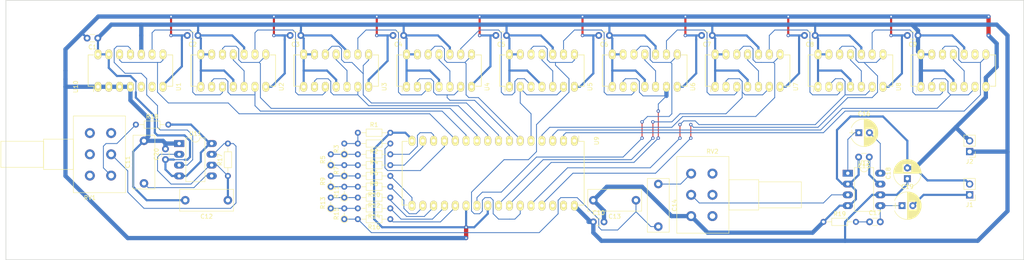
<source format=kicad_pcb>
(kicad_pcb (version 4) (host pcbnew 4.0.7-e2-6376~58~ubuntu16.04.1)
  (layers (0 F.Cu signal) (31 B.Cu signal) (34 B.Paste user) (35 F.Paste user) (36 B.SilkS user) (37 F.SilkS user) (38 B.Mask user) (39 F.Mask user) (44 Edge.Cuts user))
  (net 0 "")
  (net 1 VCC)
  (net 2 GND)
  (net 3 "Net-(U1-Pad11)")
  (net 4 "Net-(U1-Pad9)")
  (net 5 "Net-(U2-Pad11)")
  (net 6 "Net-(U2-Pad9)")
  (net 7 "Net-(U4-Pad11)")
  (net 8 "Net-(U4-Pad9)")
  (net 9 "Net-(U5-Pad11)")
  (net 10 "Net-(U5-Pad9)")
  (net 11 "Net-(U6-Pad11)")
  (net 12 "Net-(U6-Pad9)")
  (net 13 "Net-(U7-Pad11)")
  (net 14 "Net-(U7-Pad9)")
  (net 15 "Net-(U8-Pad11)")
  (net 16 /A0)
  (net 17 /A1)
  (net 18 /A2)
  (net 19 /A3)
  (net 20 /A4)
  (net 21 /A5)
  (net 22 /A6)
  (net 23 /A7)
  (net 24 /A8)
  (net 25 /A9)
  (net 26 /A10)
  (net 27 /A11)
  (net 28 /A12)
  (net 29 /A13)
  (net 30 /A14)
  (net 31 /A15)
  (net 32 /A16)
  (net 33 /Takt)
  (net 34 "Net-(R1-Pad1)")
  (net 35 "Net-(R2-Pad1)")
  (net 36 "Net-(R3-Pad1)")
  (net 37 "Net-(R4-Pad1)")
  (net 38 "Net-(R5-Pad1)")
  (net 39 "Net-(R6-Pad1)")
  (net 40 "Net-(R7-Pad1)")
  (net 41 "Net-(R8-Pad1)")
  (net 42 "Net-(R10-Pad2)")
  (net 43 "Net-(R10-Pad1)")
  (net 44 "Net-(R11-Pad1)")
  (net 45 "Net-(R12-Pad1)")
  (net 46 "Net-(R13-Pad1)")
  (net 47 "Net-(R14-Pad1)")
  (net 48 "Net-(R16-Pad1)")
  (net 49 "Net-(U3-Pad11)")
  (net 50 "Net-(U3-Pad9)")
  (net 51 "Net-(C11-Pad1)")
  (net 52 "Net-(C12-Pad1)")
  (net 53 "Net-(R17-Pad2)")
  (net 54 "Net-(R18-Pad1)")
  (net 55 "Net-(C13-Pad1)")
  (net 56 "Net-(C14-Pad1)")
  (net 57 "Net-(C15-Pad1)")
  (net 58 "Net-(C16-Pad1)")
  (net 59 "Net-(C16-Pad2)")
  (net 60 "Net-(C17-Pad1)")
  (net 61 "Net-(C17-Pad2)")
  (net 62 "Net-(C19-Pad2)")
  (net 63 "Net-(RV2-Pad5)")
  (net 64 "Net-(U1-Pad3)")
  (module Housings_DIP:DIP-14_W7.62mm_LongPads (layer F.Cu) (at 41.91 55.88 90)
    (fp_text reference U10 (at 0 -5.22 90) (layer F.SilkS))
    (fp_text value 74LS74)
    (pad 1 thru_hole oval (at 0 0 90) (size 2.3 1.6) (drill 0.8) (layers *.Cu *.Mask F.SilkS) (net 2 GND))
    (pad 2 thru_hole oval (at 0 2.54 90) (size 2.3 1.6) (drill 0.8) (layers *.Cu *.Mask F.SilkS) (net 2 GND))
    (pad 3 thru_hole oval (at 0 5.08 90) (size 2.3 1.6) (drill 0.8) (layers *.Cu *.Mask F.SilkS) (net 2 GND))
    (pad 4 thru_hole oval (at 0 7.62 90) (size 2.3 1.6) (drill 0.8) (layers *.Cu *.Mask F.SilkS) (net 2 GND))
    (pad 5 thru_hole oval (at 0 10.16 90) (size 2.3 1.6) (drill 0.8) (layers *.Cu *.Mask F.SilkS))
    (pad 6 thru_hole oval (at 0 12.7 90) (size 2.3 1.6) (drill 0.8) (layers *.Cu *.Mask F.SilkS))
    (pad 7 thru_hole oval (at 0 15.24 90) (size 2.3 1.6) (drill 0.8) (layers *.Cu *.Mask F.SilkS) (net 2 GND))
    (pad 8 thru_hole oval (at 7.62 15.24 90) (size 2.3 1.6) (drill 0.8) (layers *.Cu *.Mask F.SilkS) (net 16 /A0))
    (pad 9 thru_hole oval (at 7.62 12.7 90) (size 2.3 1.6) (drill 0.8) (layers *.Cu *.Mask F.SilkS) (net 64 "Net-(U1-Pad3)"))
    (pad 10 thru_hole oval (at 7.62 10.16 90) (size 2.3 1.6) (drill 0.8) (layers *.Cu *.Mask F.SilkS) (net 1 VCC))
    (pad 11 thru_hole oval (at 7.62 7.62 90) (size 2.3 1.6) (drill 0.8) (layers *.Cu *.Mask F.SilkS) (net 33 /Takt))
    (pad 12 thru_hole oval (at 7.62 5.08 90) (size 2.3 1.6) (drill 0.8) (layers *.Cu *.Mask F.SilkS) (net 16 /A0))
    (pad 13 thru_hole oval (at 7.62 2.54 90) (size 2.3 1.6) (drill 0.8) (layers *.Cu *.Mask F.SilkS) (net 1 VCC))
    (pad 14 thru_hole oval (at 7.62 0 90) (size 2.3 1.6) (drill 0.8) (layers *.Cu *.Mask F.SilkS) (net 1 VCC))
  )
  (module Resistors_THT:R_Axial_DIN0204_L3.6mm_D1.6mm_P7.62mm_Horizontal (layer F.Cu) (at 110.49 76.835 180)
    (fp_text reference R8 (at 3.81 -1.86 180) (layer F.SilkS))
    (fp_text value 22k)
    (pad 1 thru_hole circle (at 0 0 180) (size 1.4 1.4) (drill 0.7) (layers *.Cu *.Mask) (net 41 "Net-(R8-Pad1)"))
    (pad 2 thru_hole oval (at 7.62 0 180) (size 1.4 1.4) (drill 0.7) (layers *.Cu *.Mask) (net 40 "Net-(R7-Pad1)"))
  )
  (module Housings_DIP:DIP-32_W15.24mm_LongPads (layer F.Cu) (at 153.67 68.58 270)
    (fp_text reference U9 (at 0 -5.22 270) (layer F.SilkS))
    (fp_text value 27C010)
    (pad 1 thru_hole oval (at 0 0 270) (size 2.3 1.6) (drill 0.8) (layers *.Cu *.Mask F.SilkS))
    (pad 2 thru_hole oval (at 0 2.54 270) (size 2.3 1.6) (drill 0.8) (layers *.Cu *.Mask F.SilkS) (net 32 /A16))
    (pad 3 thru_hole oval (at 0 5.08 270) (size 2.3 1.6) (drill 0.8) (layers *.Cu *.Mask F.SilkS) (net 31 /A15))
    (pad 4 thru_hole oval (at 0 7.62 270) (size 2.3 1.6) (drill 0.8) (layers *.Cu *.Mask F.SilkS) (net 28 /A12))
    (pad 5 thru_hole oval (at 0 10.16 270) (size 2.3 1.6) (drill 0.8) (layers *.Cu *.Mask F.SilkS) (net 23 /A7))
    (pad 6 thru_hole oval (at 0 12.7 270) (size 2.3 1.6) (drill 0.8) (layers *.Cu *.Mask F.SilkS) (net 22 /A6))
    (pad 7 thru_hole oval (at 0 15.24 270) (size 2.3 1.6) (drill 0.8) (layers *.Cu *.Mask F.SilkS) (net 21 /A5))
    (pad 8 thru_hole oval (at 0 17.78 270) (size 2.3 1.6) (drill 0.8) (layers *.Cu *.Mask F.SilkS) (net 20 /A4))
    (pad 9 thru_hole oval (at 0 20.32 270) (size 2.3 1.6) (drill 0.8) (layers *.Cu *.Mask F.SilkS) (net 19 /A3))
    (pad 10 thru_hole oval (at 0 22.86 270) (size 2.3 1.6) (drill 0.8) (layers *.Cu *.Mask F.SilkS) (net 18 /A2))
    (pad 11 thru_hole oval (at 0 25.4 270) (size 2.3 1.6) (drill 0.8) (layers *.Cu *.Mask F.SilkS) (net 17 /A1))
    (pad 12 thru_hole oval (at 0 27.94 270) (size 2.3 1.6) (drill 0.8) (layers *.Cu *.Mask F.SilkS) (net 16 /A0))
    (pad 13 thru_hole oval (at 0 30.48 270) (size 2.3 1.6) (drill 0.8) (layers *.Cu *.Mask F.SilkS) (net 35 "Net-(R2-Pad1)"))
    (pad 14 thru_hole oval (at 0 33.02 270) (size 2.3 1.6) (drill 0.8) (layers *.Cu *.Mask F.SilkS) (net 37 "Net-(R4-Pad1)"))
    (pad 15 thru_hole oval (at 0 35.56 270) (size 2.3 1.6) (drill 0.8) (layers *.Cu *.Mask F.SilkS) (net 39 "Net-(R6-Pad1)"))
    (pad 16 thru_hole oval (at 0 38.1 270) (size 2.3 1.6) (drill 0.8) (layers *.Cu *.Mask F.SilkS) (net 2 GND))
    (pad 17 thru_hole oval (at 15.24 38.1 270) (size 2.3 1.6) (drill 0.8) (layers *.Cu *.Mask F.SilkS) (net 41 "Net-(R8-Pad1)"))
    (pad 18 thru_hole oval (at 15.24 35.56 270) (size 2.3 1.6) (drill 0.8) (layers *.Cu *.Mask F.SilkS) (net 43 "Net-(R10-Pad1)"))
    (pad 19 thru_hole oval (at 15.24 33.02 270) (size 2.3 1.6) (drill 0.8) (layers *.Cu *.Mask F.SilkS) (net 45 "Net-(R12-Pad1)"))
    (pad 20 thru_hole oval (at 15.24 30.48 270) (size 2.3 1.6) (drill 0.8) (layers *.Cu *.Mask F.SilkS) (net 47 "Net-(R14-Pad1)"))
    (pad 21 thru_hole oval (at 15.24 27.94 270) (size 2.3 1.6) (drill 0.8) (layers *.Cu *.Mask F.SilkS) (net 48 "Net-(R16-Pad1)"))
    (pad 22 thru_hole oval (at 15.24 25.4 270) (size 2.3 1.6) (drill 0.8) (layers *.Cu *.Mask F.SilkS) (net 2 GND))
    (pad 23 thru_hole oval (at 15.24 22.86 270) (size 2.3 1.6) (drill 0.8) (layers *.Cu *.Mask F.SilkS) (net 26 /A10))
    (pad 24 thru_hole oval (at 15.24 20.32 270) (size 2.3 1.6) (drill 0.8) (layers *.Cu *.Mask F.SilkS) (net 2 GND))
    (pad 25 thru_hole oval (at 15.24 17.78 270) (size 2.3 1.6) (drill 0.8) (layers *.Cu *.Mask F.SilkS) (net 27 /A11))
    (pad 26 thru_hole oval (at 15.24 15.24 270) (size 2.3 1.6) (drill 0.8) (layers *.Cu *.Mask F.SilkS) (net 25 /A9))
    (pad 27 thru_hole oval (at 15.24 12.7 270) (size 2.3 1.6) (drill 0.8) (layers *.Cu *.Mask F.SilkS) (net 24 /A8))
    (pad 28 thru_hole oval (at 15.24 10.16 270) (size 2.3 1.6) (drill 0.8) (layers *.Cu *.Mask F.SilkS) (net 29 /A13))
    (pad 29 thru_hole oval (at 15.24 7.62 270) (size 2.3 1.6) (drill 0.8) (layers *.Cu *.Mask F.SilkS) (net 30 /A14))
    (pad 30 thru_hole oval (at 15.24 5.08 270) (size 2.3 1.6) (drill 0.8) (layers *.Cu *.Mask F.SilkS))
    (pad 31 thru_hole oval (at 15.24 2.54 270) (size 2.3 1.6) (drill 0.8) (layers *.Cu *.Mask F.SilkS))
    (pad 32 thru_hole oval (at 15.24 0 270) (size 2.3 1.6) (drill 0.8) (layers *.Cu *.Mask F.SilkS) (net 1 VCC))
  )
  (module Resistors_THT:R_Axial_DIN0204_L3.6mm_D1.6mm_P7.62mm_Horizontal (layer F.Cu) (at 50.8 64.77)
    (fp_text reference R18 (at 3.81 -1.86) (layer F.SilkS))
    (fp_text value 10k)
    (pad 1 thru_hole circle (at 0 0) (size 1.4 1.4) (drill 0.7) (layers *.Cu *.Mask) (net 54 "Net-(R18-Pad1)"))
    (pad 2 thru_hole oval (at 7.62 0) (size 1.4 1.4) (drill 0.7) (layers *.Cu *.Mask) (net 1 VCC))
  )
  (module Housings_DIP:DIP-14_W7.62mm_LongPads (layer F.Cu) (at 90.17 55.88 90)
    (fp_text reference U2 (at 0 -5.22 90) (layer F.SilkS))
    (fp_text value 74LS74)
    (pad 1 thru_hole oval (at 0 0 90) (size 2.3 1.6) (drill 0.8) (layers *.Cu *.Mask F.SilkS) (net 1 VCC))
    (pad 2 thru_hole oval (at 0 2.54 90) (size 2.3 1.6) (drill 0.8) (layers *.Cu *.Mask F.SilkS) (net 19 /A3))
    (pad 3 thru_hole oval (at 0 5.08 90) (size 2.3 1.6) (drill 0.8) (layers *.Cu *.Mask F.SilkS) (net 4 "Net-(U1-Pad9)"))
    (pad 4 thru_hole oval (at 0 7.62 90) (size 2.3 1.6) (drill 0.8) (layers *.Cu *.Mask F.SilkS) (net 1 VCC))
    (pad 5 thru_hole oval (at 0 10.16 90) (size 2.3 1.6) (drill 0.8) (layers *.Cu *.Mask F.SilkS) (net 5 "Net-(U2-Pad11)"))
    (pad 6 thru_hole oval (at 0 12.7 90) (size 2.3 1.6) (drill 0.8) (layers *.Cu *.Mask F.SilkS) (net 19 /A3))
    (pad 7 thru_hole oval (at 0 15.24 90) (size 2.3 1.6) (drill 0.8) (layers *.Cu *.Mask F.SilkS) (net 2 GND))
    (pad 8 thru_hole oval (at 7.62 15.24 90) (size 2.3 1.6) (drill 0.8) (layers *.Cu *.Mask F.SilkS) (net 20 /A4))
    (pad 9 thru_hole oval (at 7.62 12.7 90) (size 2.3 1.6) (drill 0.8) (layers *.Cu *.Mask F.SilkS) (net 6 "Net-(U2-Pad9)"))
    (pad 10 thru_hole oval (at 7.62 10.16 90) (size 2.3 1.6) (drill 0.8) (layers *.Cu *.Mask F.SilkS) (net 1 VCC))
    (pad 11 thru_hole oval (at 7.62 7.62 90) (size 2.3 1.6) (drill 0.8) (layers *.Cu *.Mask F.SilkS) (net 5 "Net-(U2-Pad11)"))
    (pad 12 thru_hole oval (at 7.62 5.08 90) (size 2.3 1.6) (drill 0.8) (layers *.Cu *.Mask F.SilkS) (net 20 /A4))
    (pad 13 thru_hole oval (at 7.62 2.54 90) (size 2.3 1.6) (drill 0.8) (layers *.Cu *.Mask F.SilkS) (net 1 VCC))
    (pad 14 thru_hole oval (at 7.62 0 90) (size 2.3 1.6) (drill 0.8) (layers *.Cu *.Mask F.SilkS) (net 1 VCC))
  )
  (module Housings_DIP:DIP-14_W7.62mm_LongPads (layer F.Cu) (at 186.69 55.88 90)
    (fp_text reference U6 (at 0 -5.22 90) (layer F.SilkS))
    (fp_text value 74LS74)
    (pad 1 thru_hole oval (at 0 0 90) (size 2.3 1.6) (drill 0.8) (layers *.Cu *.Mask F.SilkS) (net 1 VCC))
    (pad 2 thru_hole oval (at 0 2.54 90) (size 2.3 1.6) (drill 0.8) (layers *.Cu *.Mask F.SilkS) (net 27 /A11))
    (pad 3 thru_hole oval (at 0 5.08 90) (size 2.3 1.6) (drill 0.8) (layers *.Cu *.Mask F.SilkS) (net 10 "Net-(U5-Pad9)"))
    (pad 4 thru_hole oval (at 0 7.62 90) (size 2.3 1.6) (drill 0.8) (layers *.Cu *.Mask F.SilkS) (net 1 VCC))
    (pad 5 thru_hole oval (at 0 10.16 90) (size 2.3 1.6) (drill 0.8) (layers *.Cu *.Mask F.SilkS) (net 11 "Net-(U6-Pad11)"))
    (pad 6 thru_hole oval (at 0 12.7 90) (size 2.3 1.6) (drill 0.8) (layers *.Cu *.Mask F.SilkS) (net 27 /A11))
    (pad 7 thru_hole oval (at 0 15.24 90) (size 2.3 1.6) (drill 0.8) (layers *.Cu *.Mask F.SilkS) (net 2 GND))
    (pad 8 thru_hole oval (at 7.62 15.24 90) (size 2.3 1.6) (drill 0.8) (layers *.Cu *.Mask F.SilkS) (net 28 /A12))
    (pad 9 thru_hole oval (at 7.62 12.7 90) (size 2.3 1.6) (drill 0.8) (layers *.Cu *.Mask F.SilkS) (net 12 "Net-(U6-Pad9)"))
    (pad 10 thru_hole oval (at 7.62 10.16 90) (size 2.3 1.6) (drill 0.8) (layers *.Cu *.Mask F.SilkS) (net 1 VCC))
    (pad 11 thru_hole oval (at 7.62 7.62 90) (size 2.3 1.6) (drill 0.8) (layers *.Cu *.Mask F.SilkS) (net 11 "Net-(U6-Pad11)"))
    (pad 12 thru_hole oval (at 7.62 5.08 90) (size 2.3 1.6) (drill 0.8) (layers *.Cu *.Mask F.SilkS) (net 28 /A12))
    (pad 13 thru_hole oval (at 7.62 2.54 90) (size 2.3 1.6) (drill 0.8) (layers *.Cu *.Mask F.SilkS) (net 1 VCC))
    (pad 14 thru_hole oval (at 7.62 0 90) (size 2.3 1.6) (drill 0.8) (layers *.Cu *.Mask F.SilkS) (net 1 VCC))
  )
  (module Housings_DIP:DIP-14_W7.62mm_LongPads (layer F.Cu) (at 66.04 55.88 90)
    (fp_text reference U1 (at 0 -5.22 90) (layer F.SilkS))
    (fp_text value 74LS74)
    (pad 1 thru_hole oval (at 0 0 90) (size 2.3 1.6) (drill 0.8) (layers *.Cu *.Mask F.SilkS) (net 1 VCC))
    (pad 2 thru_hole oval (at 0 2.54 90) (size 2.3 1.6) (drill 0.8) (layers *.Cu *.Mask F.SilkS) (net 17 /A1))
    (pad 3 thru_hole oval (at 0 5.08 90) (size 2.3 1.6) (drill 0.8) (layers *.Cu *.Mask F.SilkS) (net 64 "Net-(U1-Pad3)"))
    (pad 4 thru_hole oval (at 0 7.62 90) (size 2.3 1.6) (drill 0.8) (layers *.Cu *.Mask F.SilkS) (net 1 VCC))
    (pad 5 thru_hole oval (at 0 10.16 90) (size 2.3 1.6) (drill 0.8) (layers *.Cu *.Mask F.SilkS) (net 3 "Net-(U1-Pad11)"))
    (pad 6 thru_hole oval (at 0 12.7 90) (size 2.3 1.6) (drill 0.8) (layers *.Cu *.Mask F.SilkS) (net 17 /A1))
    (pad 7 thru_hole oval (at 0 15.24 90) (size 2.3 1.6) (drill 0.8) (layers *.Cu *.Mask F.SilkS) (net 2 GND))
    (pad 8 thru_hole oval (at 7.62 15.24 90) (size 2.3 1.6) (drill 0.8) (layers *.Cu *.Mask F.SilkS) (net 18 /A2))
    (pad 9 thru_hole oval (at 7.62 12.7 90) (size 2.3 1.6) (drill 0.8) (layers *.Cu *.Mask F.SilkS) (net 4 "Net-(U1-Pad9)"))
    (pad 10 thru_hole oval (at 7.62 10.16 90) (size 2.3 1.6) (drill 0.8) (layers *.Cu *.Mask F.SilkS) (net 1 VCC))
    (pad 11 thru_hole oval (at 7.62 7.62 90) (size 2.3 1.6) (drill 0.8) (layers *.Cu *.Mask F.SilkS) (net 3 "Net-(U1-Pad11)"))
    (pad 12 thru_hole oval (at 7.62 5.08 90) (size 2.3 1.6) (drill 0.8) (layers *.Cu *.Mask F.SilkS) (net 18 /A2))
    (pad 13 thru_hole oval (at 7.62 2.54 90) (size 2.3 1.6) (drill 0.8) (layers *.Cu *.Mask F.SilkS) (net 1 VCC))
    (pad 14 thru_hole oval (at 7.62 0 90) (size 2.3 1.6) (drill 0.8) (layers *.Cu *.Mask F.SilkS) (net 1 VCC))
  )
  (module Housings_DIP:DIP-14_W7.62mm_LongPads (layer F.Cu) (at 114.3 55.88 90)
    (fp_text reference U3 (at 0 -5.22 90) (layer F.SilkS))
    (fp_text value 74LS74)
    (pad 1 thru_hole oval (at 0 0 90) (size 2.3 1.6) (drill 0.8) (layers *.Cu *.Mask F.SilkS) (net 1 VCC))
    (pad 2 thru_hole oval (at 0 2.54 90) (size 2.3 1.6) (drill 0.8) (layers *.Cu *.Mask F.SilkS) (net 21 /A5))
    (pad 3 thru_hole oval (at 0 5.08 90) (size 2.3 1.6) (drill 0.8) (layers *.Cu *.Mask F.SilkS) (net 6 "Net-(U2-Pad9)"))
    (pad 4 thru_hole oval (at 0 7.62 90) (size 2.3 1.6) (drill 0.8) (layers *.Cu *.Mask F.SilkS) (net 1 VCC))
    (pad 5 thru_hole oval (at 0 10.16 90) (size 2.3 1.6) (drill 0.8) (layers *.Cu *.Mask F.SilkS) (net 49 "Net-(U3-Pad11)"))
    (pad 6 thru_hole oval (at 0 12.7 90) (size 2.3 1.6) (drill 0.8) (layers *.Cu *.Mask F.SilkS) (net 21 /A5))
    (pad 7 thru_hole oval (at 0 15.24 90) (size 2.3 1.6) (drill 0.8) (layers *.Cu *.Mask F.SilkS) (net 2 GND))
    (pad 8 thru_hole oval (at 7.62 15.24 90) (size 2.3 1.6) (drill 0.8) (layers *.Cu *.Mask F.SilkS) (net 22 /A6))
    (pad 9 thru_hole oval (at 7.62 12.7 90) (size 2.3 1.6) (drill 0.8) (layers *.Cu *.Mask F.SilkS) (net 50 "Net-(U3-Pad9)"))
    (pad 10 thru_hole oval (at 7.62 10.16 90) (size 2.3 1.6) (drill 0.8) (layers *.Cu *.Mask F.SilkS) (net 1 VCC))
    (pad 11 thru_hole oval (at 7.62 7.62 90) (size 2.3 1.6) (drill 0.8) (layers *.Cu *.Mask F.SilkS) (net 49 "Net-(U3-Pad11)"))
    (pad 12 thru_hole oval (at 7.62 5.08 90) (size 2.3 1.6) (drill 0.8) (layers *.Cu *.Mask F.SilkS) (net 22 /A6))
    (pad 13 thru_hole oval (at 7.62 2.54 90) (size 2.3 1.6) (drill 0.8) (layers *.Cu *.Mask F.SilkS) (net 1 VCC))
    (pad 14 thru_hole oval (at 7.62 0 90) (size 2.3 1.6) (drill 0.8) (layers *.Cu *.Mask F.SilkS) (net 1 VCC))
  )
  (module Housings_DIP:DIP-14_W7.62mm_LongPads (layer F.Cu) (at 138.43 55.88 90)
    (fp_text reference U4 (at 0 -5.22 90) (layer F.SilkS))
    (fp_text value 74LS74)
    (pad 1 thru_hole oval (at 0 0 90) (size 2.3 1.6) (drill 0.8) (layers *.Cu *.Mask F.SilkS) (net 1 VCC))
    (pad 2 thru_hole oval (at 0 2.54 90) (size 2.3 1.6) (drill 0.8) (layers *.Cu *.Mask F.SilkS) (net 23 /A7))
    (pad 3 thru_hole oval (at 0 5.08 90) (size 2.3 1.6) (drill 0.8) (layers *.Cu *.Mask F.SilkS) (net 50 "Net-(U3-Pad9)"))
    (pad 4 thru_hole oval (at 0 7.62 90) (size 2.3 1.6) (drill 0.8) (layers *.Cu *.Mask F.SilkS) (net 1 VCC))
    (pad 5 thru_hole oval (at 0 10.16 90) (size 2.3 1.6) (drill 0.8) (layers *.Cu *.Mask F.SilkS) (net 7 "Net-(U4-Pad11)"))
    (pad 6 thru_hole oval (at 0 12.7 90) (size 2.3 1.6) (drill 0.8) (layers *.Cu *.Mask F.SilkS) (net 23 /A7))
    (pad 7 thru_hole oval (at 0 15.24 90) (size 2.3 1.6) (drill 0.8) (layers *.Cu *.Mask F.SilkS) (net 2 GND))
    (pad 8 thru_hole oval (at 7.62 15.24 90) (size 2.3 1.6) (drill 0.8) (layers *.Cu *.Mask F.SilkS) (net 24 /A8))
    (pad 9 thru_hole oval (at 7.62 12.7 90) (size 2.3 1.6) (drill 0.8) (layers *.Cu *.Mask F.SilkS) (net 8 "Net-(U4-Pad9)"))
    (pad 10 thru_hole oval (at 7.62 10.16 90) (size 2.3 1.6) (drill 0.8) (layers *.Cu *.Mask F.SilkS) (net 1 VCC))
    (pad 11 thru_hole oval (at 7.62 7.62 90) (size 2.3 1.6) (drill 0.8) (layers *.Cu *.Mask F.SilkS) (net 7 "Net-(U4-Pad11)"))
    (pad 12 thru_hole oval (at 7.62 5.08 90) (size 2.3 1.6) (drill 0.8) (layers *.Cu *.Mask F.SilkS) (net 24 /A8))
    (pad 13 thru_hole oval (at 7.62 2.54 90) (size 2.3 1.6) (drill 0.8) (layers *.Cu *.Mask F.SilkS) (net 1 VCC))
    (pad 14 thru_hole oval (at 7.62 0 90) (size 2.3 1.6) (drill 0.8) (layers *.Cu *.Mask F.SilkS) (net 1 VCC))
  )
  (module Housings_DIP:DIP-14_W7.62mm_LongPads (layer F.Cu) (at 162.56 55.88 90)
    (fp_text reference U5 (at 0 -5.22 90) (layer F.SilkS))
    (fp_text value 74LS74)
    (pad 1 thru_hole oval (at 0 0 90) (size 2.3 1.6) (drill 0.8) (layers *.Cu *.Mask F.SilkS) (net 1 VCC))
    (pad 2 thru_hole oval (at 0 2.54 90) (size 2.3 1.6) (drill 0.8) (layers *.Cu *.Mask F.SilkS) (net 25 /A9))
    (pad 3 thru_hole oval (at 0 5.08 90) (size 2.3 1.6) (drill 0.8) (layers *.Cu *.Mask F.SilkS) (net 8 "Net-(U4-Pad9)"))
    (pad 4 thru_hole oval (at 0 7.62 90) (size 2.3 1.6) (drill 0.8) (layers *.Cu *.Mask F.SilkS) (net 1 VCC))
    (pad 5 thru_hole oval (at 0 10.16 90) (size 2.3 1.6) (drill 0.8) (layers *.Cu *.Mask F.SilkS) (net 9 "Net-(U5-Pad11)"))
    (pad 6 thru_hole oval (at 0 12.7 90) (size 2.3 1.6) (drill 0.8) (layers *.Cu *.Mask F.SilkS) (net 25 /A9))
    (pad 7 thru_hole oval (at 0 15.24 90) (size 2.3 1.6) (drill 0.8) (layers *.Cu *.Mask F.SilkS) (net 2 GND))
    (pad 8 thru_hole oval (at 7.62 15.24 90) (size 2.3 1.6) (drill 0.8) (layers *.Cu *.Mask F.SilkS) (net 26 /A10))
    (pad 9 thru_hole oval (at 7.62 12.7 90) (size 2.3 1.6) (drill 0.8) (layers *.Cu *.Mask F.SilkS) (net 10 "Net-(U5-Pad9)"))
    (pad 10 thru_hole oval (at 7.62 10.16 90) (size 2.3 1.6) (drill 0.8) (layers *.Cu *.Mask F.SilkS) (net 1 VCC))
    (pad 11 thru_hole oval (at 7.62 7.62 90) (size 2.3 1.6) (drill 0.8) (layers *.Cu *.Mask F.SilkS) (net 9 "Net-(U5-Pad11)"))
    (pad 12 thru_hole oval (at 7.62 5.08 90) (size 2.3 1.6) (drill 0.8) (layers *.Cu *.Mask F.SilkS) (net 26 /A10))
    (pad 13 thru_hole oval (at 7.62 2.54 90) (size 2.3 1.6) (drill 0.8) (layers *.Cu *.Mask F.SilkS) (net 1 VCC))
    (pad 14 thru_hole oval (at 7.62 0 90) (size 2.3 1.6) (drill 0.8) (layers *.Cu *.Mask F.SilkS) (net 1 VCC))
  )
  (module Housings_DIP:DIP-14_W7.62mm_LongPads (layer F.Cu) (at 210.82 55.88 90)
    (fp_text reference U7 (at 0 -5.22 90) (layer F.SilkS))
    (fp_text value 74LS74)
    (pad 1 thru_hole oval (at 0 0 90) (size 2.3 1.6) (drill 0.8) (layers *.Cu *.Mask F.SilkS) (net 1 VCC))
    (pad 2 thru_hole oval (at 0 2.54 90) (size 2.3 1.6) (drill 0.8) (layers *.Cu *.Mask F.SilkS) (net 29 /A13))
    (pad 3 thru_hole oval (at 0 5.08 90) (size 2.3 1.6) (drill 0.8) (layers *.Cu *.Mask F.SilkS) (net 12 "Net-(U6-Pad9)"))
    (pad 4 thru_hole oval (at 0 7.62 90) (size 2.3 1.6) (drill 0.8) (layers *.Cu *.Mask F.SilkS) (net 1 VCC))
    (pad 5 thru_hole oval (at 0 10.16 90) (size 2.3 1.6) (drill 0.8) (layers *.Cu *.Mask F.SilkS) (net 13 "Net-(U7-Pad11)"))
    (pad 6 thru_hole oval (at 0 12.7 90) (size 2.3 1.6) (drill 0.8) (layers *.Cu *.Mask F.SilkS) (net 29 /A13))
    (pad 7 thru_hole oval (at 0 15.24 90) (size 2.3 1.6) (drill 0.8) (layers *.Cu *.Mask F.SilkS) (net 2 GND))
    (pad 8 thru_hole oval (at 7.62 15.24 90) (size 2.3 1.6) (drill 0.8) (layers *.Cu *.Mask F.SilkS) (net 30 /A14))
    (pad 9 thru_hole oval (at 7.62 12.7 90) (size 2.3 1.6) (drill 0.8) (layers *.Cu *.Mask F.SilkS) (net 14 "Net-(U7-Pad9)"))
    (pad 10 thru_hole oval (at 7.62 10.16 90) (size 2.3 1.6) (drill 0.8) (layers *.Cu *.Mask F.SilkS) (net 1 VCC))
    (pad 11 thru_hole oval (at 7.62 7.62 90) (size 2.3 1.6) (drill 0.8) (layers *.Cu *.Mask F.SilkS) (net 13 "Net-(U7-Pad11)"))
    (pad 12 thru_hole oval (at 7.62 5.08 90) (size 2.3 1.6) (drill 0.8) (layers *.Cu *.Mask F.SilkS) (net 30 /A14))
    (pad 13 thru_hole oval (at 7.62 2.54 90) (size 2.3 1.6) (drill 0.8) (layers *.Cu *.Mask F.SilkS) (net 1 VCC))
    (pad 14 thru_hole oval (at 7.62 0 90) (size 2.3 1.6) (drill 0.8) (layers *.Cu *.Mask F.SilkS) (net 1 VCC))
  )
  (module Housings_DIP:DIP-14_W7.62mm_LongPads (layer F.Cu) (at 234.95 55.88 90)
    (fp_text reference U8 (at 0 -5.22 90) (layer F.SilkS))
    (fp_text value 74LS74)
    (pad 1 thru_hole oval (at 0 0 90) (size 2.3 1.6) (drill 0.8) (layers *.Cu *.Mask F.SilkS) (net 1 VCC))
    (pad 2 thru_hole oval (at 0 2.54 90) (size 2.3 1.6) (drill 0.8) (layers *.Cu *.Mask F.SilkS) (net 31 /A15))
    (pad 3 thru_hole oval (at 0 5.08 90) (size 2.3 1.6) (drill 0.8) (layers *.Cu *.Mask F.SilkS) (net 14 "Net-(U7-Pad9)"))
    (pad 4 thru_hole oval (at 0 7.62 90) (size 2.3 1.6) (drill 0.8) (layers *.Cu *.Mask F.SilkS) (net 1 VCC))
    (pad 5 thru_hole oval (at 0 10.16 90) (size 2.3 1.6) (drill 0.8) (layers *.Cu *.Mask F.SilkS) (net 15 "Net-(U8-Pad11)"))
    (pad 6 thru_hole oval (at 0 12.7 90) (size 2.3 1.6) (drill 0.8) (layers *.Cu *.Mask F.SilkS) (net 31 /A15))
    (pad 7 thru_hole oval (at 0 15.24 90) (size 2.3 1.6) (drill 0.8) (layers *.Cu *.Mask F.SilkS) (net 2 GND))
    (pad 8 thru_hole oval (at 7.62 15.24 90) (size 2.3 1.6) (drill 0.8) (layers *.Cu *.Mask F.SilkS) (net 32 /A16))
    (pad 9 thru_hole oval (at 7.62 12.7 90) (size 2.3 1.6) (drill 0.8) (layers *.Cu *.Mask F.SilkS))
    (pad 10 thru_hole oval (at 7.62 10.16 90) (size 2.3 1.6) (drill 0.8) (layers *.Cu *.Mask F.SilkS) (net 1 VCC))
    (pad 11 thru_hole oval (at 7.62 7.62 90) (size 2.3 1.6) (drill 0.8) (layers *.Cu *.Mask F.SilkS) (net 15 "Net-(U8-Pad11)"))
    (pad 12 thru_hole oval (at 7.62 5.08 90) (size 2.3 1.6) (drill 0.8) (layers *.Cu *.Mask F.SilkS) (net 32 /A16))
    (pad 13 thru_hole oval (at 7.62 2.54 90) (size 2.3 1.6) (drill 0.8) (layers *.Cu *.Mask F.SilkS) (net 1 VCC))
    (pad 14 thru_hole oval (at 7.62 0 90) (size 2.3 1.6) (drill 0.8) (layers *.Cu *.Mask F.SilkS) (net 1 VCC))
  )
  (module Capacitors_THT:C_Disc_D12.5mm_W5.0mm_P10.00mm (layer F.Cu) (at 52.705 78.58 90)
    (fp_text reference C11 (at 5 -3.81 90) (layer F.SilkS))
    (fp_text value 4n7)
    (pad 1 thru_hole circle (at 0 0 90) (size 2 2) (drill 1) (layers *.Cu *.Mask) (net 51 "Net-(C11-Pad1)"))
    (pad 2 thru_hole circle (at 10 0 90) (size 2 2) (drill 1) (layers *.Cu *.Mask) (net 2 GND))
  )
  (module Resistors_THT:R_Axial_DIN0204_L3.6mm_D1.6mm_P7.62mm_Horizontal (layer F.Cu) (at 72.39 76.835 90)
    (fp_text reference R17 (at 3.81 -1.86 90) (layer F.SilkS))
    (fp_text value 10k)
    (pad 1 thru_hole circle (at 0 0 90) (size 1.4 1.4) (drill 0.7) (layers *.Cu *.Mask) (net 52 "Net-(C12-Pad1)"))
    (pad 2 thru_hole oval (at 7.62 0 90) (size 1.4 1.4) (drill 0.7) (layers *.Cu *.Mask) (net 53 "Net-(R17-Pad2)"))
  )
  (module Potentiometers:Potentiometer_Alps_RK163_Double_Vertical (layer F.Cu) (at 40.005 66.755 180)
    (fp_text reference RV1 (at 0 -15.2 180) (layer F.SilkS))
    (fp_text value 20k)
    (pad 3 thru_hole circle (at 0 -10 180) (size 2.34 2.34) (drill 1.3) (layers *.Cu *.Mask))
    (pad 2 thru_hole circle (at 0 -5 180) (size 2.34 2.34) (drill 1.3) (layers *.Cu *.Mask))
    (pad 1 thru_hole circle (at 0 0 180) (size 2.34 2.34) (drill 1.3) (layers *.Cu *.Mask))
    (pad 6 thru_hole circle (at -5 -10 180) (size 2.34 2.34) (drill 1.3) (layers *.Cu *.Mask) (net 54 "Net-(R18-Pad1)"))
    (pad 5 thru_hole circle (at -5 -5 180) (size 2.34 2.34) (drill 1.3) (layers *.Cu *.Mask) (net 53 "Net-(R17-Pad2)"))
    (pad 4 thru_hole circle (at -5 0 180) (size 2.34 2.34) (drill 1.3) (layers *.Cu *.Mask))
  )
  (module Housings_DIP:DIP-8_W7.62mm_LongPads (layer F.Cu) (at 60.96 69.215)
    (fp_text reference U11 (at 3.81 -2.33) (layer F.SilkS))
    (fp_text value NE555)
    (pad 1 thru_hole rect (at 0 0) (size 2.4 1.6) (drill 0.8) (layers *.Cu *.Mask) (net 2 GND))
    (pad 5 thru_hole oval (at 7.62 7.62) (size 2.4 1.6) (drill 0.8) (layers *.Cu *.Mask) (net 51 "Net-(C11-Pad1)"))
    (pad 2 thru_hole oval (at 0 2.54) (size 2.4 1.6) (drill 0.8) (layers *.Cu *.Mask) (net 52 "Net-(C12-Pad1)"))
    (pad 6 thru_hole oval (at 7.62 5.08) (size 2.4 1.6) (drill 0.8) (layers *.Cu *.Mask) (net 52 "Net-(C12-Pad1)"))
    (pad 3 thru_hole oval (at 0 5.08) (size 2.4 1.6) (drill 0.8) (layers *.Cu *.Mask) (net 33 /Takt))
    (pad 7 thru_hole oval (at 7.62 2.54) (size 2.4 1.6) (drill 0.8) (layers *.Cu *.Mask) (net 53 "Net-(R17-Pad2)"))
    (pad 4 thru_hole oval (at 0 7.62) (size 2.4 1.6) (drill 0.8) (layers *.Cu *.Mask) (net 1 VCC))
    (pad 8 thru_hole oval (at 7.62 0) (size 2.4 1.6) (drill 0.8) (layers *.Cu *.Mask) (net 1 VCC))
  )
  (module Housings_DIP:DIP-8_W7.62mm_LongPads (layer F.Cu) (at 217.805 76.2)
    (fp_text reference U12 (at 3.81 -2.33) (layer F.SilkS))
    (fp_text value LM386)
    (pad 1 thru_hole rect (at 0 0) (size 2.4 1.6) (drill 0.8) (layers *.Cu *.Mask) (net 58 "Net-(C16-Pad1)"))
    (pad 5 thru_hole oval (at 7.62 7.62) (size 2.4 1.6) (drill 0.8) (layers *.Cu *.Mask) (net 61 "Net-(C17-Pad2)"))
    (pad 2 thru_hole oval (at 0 2.54) (size 2.4 1.6) (drill 0.8) (layers *.Cu *.Mask) (net 2 GND))
    (pad 6 thru_hole oval (at 7.62 5.08) (size 2.4 1.6) (drill 0.8) (layers *.Cu *.Mask) (net 1 VCC))
    (pad 3 thru_hole oval (at 0 5.08) (size 2.4 1.6) (drill 0.8) (layers *.Cu *.Mask) (net 63 "Net-(RV2-Pad5)"))
    (pad 7 thru_hole oval (at 7.62 2.54) (size 2.4 1.6) (drill 0.8) (layers *.Cu *.Mask) (net 57 "Net-(C15-Pad1)"))
    (pad 4 thru_hole oval (at 0 7.62) (size 2.4 1.6) (drill 0.8) (layers *.Cu *.Mask) (net 2 GND))
    (pad 8 thru_hole oval (at 7.62 0) (size 2.4 1.6) (drill 0.8) (layers *.Cu *.Mask) (net 59 "Net-(C16-Pad2)"))
  )
  (module Capacitors_THT:C_Disc_D12.5mm_W5.0mm_P10.00mm (layer F.Cu) (at 168.115 82.55 180)
    (fp_text reference C13 (at 5 -3.81 180) (layer F.SilkS))
    (fp_text value 4n7)
    (pad 1 thru_hole circle (at 0 0 180) (size 2 2) (drill 1) (layers *.Cu *.Mask) (net 55 "Net-(C13-Pad1)"))
    (pad 2 thru_hole circle (at 10 0 180) (size 2 2) (drill 1) (layers *.Cu *.Mask) (net 2 GND))
  )
  (module Capacitors_THT:C_Disc_D12.5mm_W5.0mm_P10.00mm (layer F.Cu) (at 173.355 78.74 270)
    (fp_text reference C14 (at 5 -3.81 270) (layer F.SilkS))
    (fp_text value 4n7)
    (pad 1 thru_hole circle (at 0 0 270) (size 2 2) (drill 1) (layers *.Cu *.Mask) (net 56 "Net-(C14-Pad1)"))
    (pad 2 thru_hole circle (at 10 0 270) (size 2 2) (drill 1) (layers *.Cu *.Mask) (net 55 "Net-(C13-Pad1)"))
  )
  (module Capacitors_THT:CP_Radial_D6.3mm_P2.50mm (layer F.Cu) (at 220.385 66.675)
    (fp_text reference C16 (at 1.25 -4.46) (layer F.SilkS))
    (fp_text value 220u)
    (pad 1 thru_hole rect (at 0 0) (size 1.6 1.6) (drill 0.8) (layers *.Cu *.Mask) (net 58 "Net-(C16-Pad1)"))
    (pad 2 thru_hole circle (at 2.5 0) (size 1.6 1.6) (drill 0.8) (layers *.Cu *.Mask) (net 59 "Net-(C16-Pad2)"))
  )
  (module Capacitors_THT:CP_Radial_D6.3mm_P2.50mm (layer F.Cu) (at 231.775 77.47 90)
    (fp_text reference C18 (at 1.25 -4.46 90) (layer F.SilkS))
    (fp_text value 220u)
    (pad 1 thru_hole rect (at 0 0 90) (size 1.6 1.6) (drill 0.8) (layers *.Cu *.Mask) (net 1 VCC))
    (pad 2 thru_hole circle (at 2.5 0 90) (size 1.6 1.6) (drill 0.8) (layers *.Cu *.Mask) (net 2 GND))
  )
  (module Capacitors_THT:CP_Radial_D6.3mm_P2.50mm (layer F.Cu) (at 230.545 83.82)
    (fp_text reference C19 (at 1.25 -4.46) (layer F.SilkS))
    (fp_text value 220u)
    (pad 1 thru_hole rect (at 0 0) (size 1.6 1.6) (drill 0.8) (layers *.Cu *.Mask) (net 61 "Net-(C17-Pad2)"))
    (pad 2 thru_hole circle (at 2.5 0) (size 1.6 1.6) (drill 0.8) (layers *.Cu *.Mask) (net 62 "Net-(C19-Pad2)"))
  )
  (module Pin_Headers:Pin_Header_Straight_1x02_Pitch2.54mm (layer F.Cu) (at 246.38 81.28 180)
    (fp_text reference J1 (at 0 -2.33 180) (layer F.SilkS))
    (fp_text value Conn_01x02)
    (pad 1 thru_hole rect (at 0 0 180) (size 1.7 1.7) (drill 1) (layers *.Cu *.Mask) (net 62 "Net-(C19-Pad2)"))
    (pad 2 thru_hole oval (at 0 2.54 180) (size 1.7 1.7) (drill 1) (layers *.Cu *.Mask) (net 2 GND))
  )
  (module Resistors_THT:R_Axial_DIN0204_L3.6mm_D1.6mm_P7.62mm_Horizontal (layer F.Cu) (at 212.09 87.63)
    (fp_text reference R19 (at 3.81 -1.86) (layer F.SilkS))
    (fp_text value 10)
    (pad 1 thru_hole circle (at 0 0) (size 1.4 1.4) (drill 0.7) (layers *.Cu *.Mask) (net 2 GND))
    (pad 2 thru_hole oval (at 7.62 0) (size 1.4 1.4) (drill 0.7) (layers *.Cu *.Mask) (net 60 "Net-(C17-Pad1)"))
  )
  (module Potentiometers:Potentiometer_Alps_RK163_Double_Vertical (layer F.Cu) (at 186.055 86.28)
    (fp_text reference RV2 (at 0 -15.2) (layer F.SilkS))
    (fp_text value 20k)
    (pad 3 thru_hole circle (at 0 -10) (size 2.34 2.34) (drill 1.3) (layers *.Cu *.Mask))
    (pad 2 thru_hole circle (at 0 -5) (size 2.34 2.34) (drill 1.3) (layers *.Cu *.Mask))
    (pad 1 thru_hole circle (at 0 0) (size 2.34 2.34) (drill 1.3) (layers *.Cu *.Mask))
    (pad 6 thru_hole circle (at -5 -10) (size 2.34 2.34) (drill 1.3) (layers *.Cu *.Mask) (net 56 "Net-(C14-Pad1)"))
    (pad 5 thru_hole circle (at -5 -5) (size 2.34 2.34) (drill 1.3) (layers *.Cu *.Mask) (net 63 "Net-(RV2-Pad5)"))
    (pad 4 thru_hole circle (at -5 0) (size 2.34 2.34) (drill 1.3) (layers *.Cu *.Mask) (net 2 GND))
  )
  (module Capacitors_THT:C_Disc_D12.5mm_W5.0mm_P10.00mm (layer F.Cu) (at 72.39 82.55 180)
    (fp_text reference C12 (at 5 -3.81 180) (layer F.SilkS))
    (fp_text value 4n7)
    (pad 1 thru_hole circle (at 0 0 180) (size 2 2) (drill 1) (layers *.Cu *.Mask) (net 52 "Net-(C12-Pad1)"))
    (pad 2 thru_hole circle (at 10 0 180) (size 2 2) (drill 1) (layers *.Cu *.Mask) (net 2 GND))
  )
  (module Resistors_THT:R_Axial_DIN0204_L3.6mm_D1.6mm_P7.62mm_Horizontal (layer F.Cu) (at 102.87 66.675)
    (fp_text reference R1 (at 3.81 -1.86) (layer F.SilkS))
    (fp_text value 22k)
    (pad 1 thru_hole circle (at 0 0) (size 1.4 1.4) (drill 0.7) (layers *.Cu *.Mask) (net 34 "Net-(R1-Pad1)"))
    (pad 2 thru_hole oval (at 7.62 0) (size 1.4 1.4) (drill 0.7) (layers *.Cu *.Mask) (net 2 GND))
  )
  (module Resistors_THT:R_Axial_DIN0204_L3.6mm_D1.6mm_P7.62mm_Horizontal (layer F.Cu) (at 110.49 69.215 180)
    (fp_text reference R2 (at 3.81 -1.86 180) (layer F.SilkS))
    (fp_text value 22k)
    (pad 1 thru_hole circle (at 0 0 180) (size 1.4 1.4) (drill 0.7) (layers *.Cu *.Mask) (net 35 "Net-(R2-Pad1)"))
    (pad 2 thru_hole oval (at 7.62 0 180) (size 1.4 1.4) (drill 0.7) (layers *.Cu *.Mask) (net 34 "Net-(R1-Pad1)"))
  )
  (module Resistors_THT:R_Axial_DIN0204_L3.6mm_D1.6mm_P7.62mm_Horizontal (layer F.Cu) (at 110.49 71.755 180)
    (fp_text reference R4 (at 3.81 -1.86 180) (layer F.SilkS))
    (fp_text value 22k)
    (pad 1 thru_hole circle (at 0 0 180) (size 1.4 1.4) (drill 0.7) (layers *.Cu *.Mask) (net 37 "Net-(R4-Pad1)"))
    (pad 2 thru_hole oval (at 7.62 0 180) (size 1.4 1.4) (drill 0.7) (layers *.Cu *.Mask) (net 36 "Net-(R3-Pad1)"))
  )
  (module Resistors_THT:R_Axial_DIN0204_L3.6mm_D1.6mm_P7.62mm_Horizontal (layer F.Cu) (at 110.49 74.295 180)
    (fp_text reference R6 (at 3.81 -1.86 180) (layer F.SilkS))
    (fp_text value 22k)
    (pad 1 thru_hole circle (at 0 0 180) (size 1.4 1.4) (drill 0.7) (layers *.Cu *.Mask) (net 39 "Net-(R6-Pad1)"))
    (pad 2 thru_hole oval (at 7.62 0 180) (size 1.4 1.4) (drill 0.7) (layers *.Cu *.Mask) (net 38 "Net-(R5-Pad1)"))
  )
  (module Resistors_THT:R_Axial_DIN0204_L3.6mm_D1.6mm_P7.62mm_Horizontal (layer F.Cu) (at 110.49 79.375 180)
    (fp_text reference R10 (at 3.81 -1.86 180) (layer F.SilkS))
    (fp_text value 22k)
    (pad 1 thru_hole circle (at 0 0 180) (size 1.4 1.4) (drill 0.7) (layers *.Cu *.Mask) (net 43 "Net-(R10-Pad1)"))
    (pad 2 thru_hole oval (at 7.62 0 180) (size 1.4 1.4) (drill 0.7) (layers *.Cu *.Mask) (net 42 "Net-(R10-Pad2)"))
  )
  (module Resistors_THT:R_Axial_DIN0204_L3.6mm_D1.6mm_P7.62mm_Horizontal (layer F.Cu) (at 110.49 81.915 180)
    (fp_text reference R12 (at 3.81 -1.86 180) (layer F.SilkS))
    (fp_text value 22k)
    (pad 1 thru_hole circle (at 0 0 180) (size 1.4 1.4) (drill 0.7) (layers *.Cu *.Mask) (net 45 "Net-(R12-Pad1)"))
    (pad 2 thru_hole oval (at 7.62 0 180) (size 1.4 1.4) (drill 0.7) (layers *.Cu *.Mask) (net 44 "Net-(R11-Pad1)"))
  )
  (module Resistors_THT:R_Axial_DIN0204_L3.6mm_D1.6mm_P7.62mm_Horizontal (layer F.Cu) (at 110.49 84.455 180)
    (fp_text reference R14 (at 3.81 -1.86 180) (layer F.SilkS))
    (fp_text value 22k)
    (pad 1 thru_hole circle (at 0 0 180) (size 1.4 1.4) (drill 0.7) (layers *.Cu *.Mask) (net 47 "Net-(R14-Pad1)"))
    (pad 2 thru_hole oval (at 7.62 0 180) (size 1.4 1.4) (drill 0.7) (layers *.Cu *.Mask) (net 46 "Net-(R13-Pad1)"))
  )
  (module Resistors_THT:R_Axial_DIN0204_L3.6mm_D1.6mm_P7.62mm_Horizontal (layer F.Cu) (at 110.49 86.995 180)
    (fp_text reference R16 (at 3.81 -1.86 180) (layer F.SilkS))
    (fp_text value 22k)
    (pad 1 thru_hole circle (at 0 0 180) (size 1.4 1.4) (drill 0.7) (layers *.Cu *.Mask) (net 48 "Net-(R16-Pad1)"))
    (pad 2 thru_hole oval (at 7.62 0 180) (size 1.4 1.4) (drill 0.7) (layers *.Cu *.Mask) (net 55 "Net-(C13-Pad1)"))
  )
  (module Capacitors_THT:C_Disc_D3.0mm_W1.6mm_P2.50mm (layer F.Cu) (at 41.87 44.45 180)
    (fp_text reference C1 (at 1.25 -2.11 180) (layer F.SilkS))
    (fp_text value 100n)
    (pad 1 thru_hole circle (at 0 0 180) (size 1.6 1.6) (drill 0.8) (layers *.Cu *.Mask) (net 1 VCC))
    (pad 2 thru_hole circle (at 2.5 0 180) (size 1.6 1.6) (drill 0.8) (layers *.Cu *.Mask) (net 2 GND))
  )
  (module Capacitors_THT:C_Disc_D3.0mm_W1.6mm_P2.50mm (layer F.Cu) (at 65.365 43.815 180)
    (fp_text reference C2 (at 1.25 -2.11 180) (layer F.SilkS))
    (fp_text value 100n)
    (pad 1 thru_hole circle (at 0 0 180) (size 1.6 1.6) (drill 0.8) (layers *.Cu *.Mask) (net 1 VCC))
    (pad 2 thru_hole circle (at 2.5 0 180) (size 1.6 1.6) (drill 0.8) (layers *.Cu *.Mask) (net 2 GND))
  )
  (module Capacitors_THT:C_Disc_D3.0mm_W1.6mm_P2.50mm (layer F.Cu) (at 89.495 43.815 180)
    (fp_text reference C3 (at 1.25 -2.11 180) (layer F.SilkS))
    (fp_text value 100n)
    (pad 1 thru_hole circle (at 0 0 180) (size 1.6 1.6) (drill 0.8) (layers *.Cu *.Mask) (net 1 VCC))
    (pad 2 thru_hole circle (at 2.5 0 180) (size 1.6 1.6) (drill 0.8) (layers *.Cu *.Mask) (net 2 GND))
  )
  (module Capacitors_THT:C_Disc_D3.0mm_W1.6mm_P2.50mm (layer F.Cu) (at 113.625 43.815 180)
    (fp_text reference C4 (at 1.25 -2.11 180) (layer F.SilkS))
    (fp_text value 100n)
    (pad 1 thru_hole circle (at 0 0 180) (size 1.6 1.6) (drill 0.8) (layers *.Cu *.Mask) (net 1 VCC))
    (pad 2 thru_hole circle (at 2.5 0 180) (size 1.6 1.6) (drill 0.8) (layers *.Cu *.Mask) (net 2 GND))
  )
  (module Capacitors_THT:C_Disc_D3.0mm_W1.6mm_P2.50mm (layer F.Cu) (at 137.755 43.815 180)
    (fp_text reference C5 (at 1.25 -2.11 180) (layer F.SilkS))
    (fp_text value 100n)
    (pad 1 thru_hole circle (at 0 0 180) (size 1.6 1.6) (drill 0.8) (layers *.Cu *.Mask) (net 1 VCC))
    (pad 2 thru_hole circle (at 2.5 0 180) (size 1.6 1.6) (drill 0.8) (layers *.Cu *.Mask) (net 2 GND))
  )
  (module Capacitors_THT:C_Disc_D3.0mm_W1.6mm_P2.50mm (layer F.Cu) (at 161.885 43.815 180)
    (fp_text reference C6 (at 1.25 -2.11 180) (layer F.SilkS))
    (fp_text value 100n)
    (pad 1 thru_hole circle (at 0 0 180) (size 1.6 1.6) (drill 0.8) (layers *.Cu *.Mask) (net 1 VCC))
    (pad 2 thru_hole circle (at 2.5 0 180) (size 1.6 1.6) (drill 0.8) (layers *.Cu *.Mask) (net 2 GND))
  )
  (module Capacitors_THT:C_Disc_D3.0mm_W1.6mm_P2.50mm (layer F.Cu) (at 186.015 43.815 180)
    (fp_text reference C7 (at 1.25 -2.11 180) (layer F.SilkS))
    (fp_text value 100n)
    (pad 1 thru_hole circle (at 0 0 180) (size 1.6 1.6) (drill 0.8) (layers *.Cu *.Mask) (net 1 VCC))
    (pad 2 thru_hole circle (at 2.5 0 180) (size 1.6 1.6) (drill 0.8) (layers *.Cu *.Mask) (net 2 GND))
  )
  (module Capacitors_THT:C_Disc_D3.0mm_W1.6mm_P2.50mm (layer F.Cu) (at 210.145 43.815 180)
    (fp_text reference C8 (at 1.25 -2.11 180) (layer F.SilkS))
    (fp_text value 100n)
    (pad 1 thru_hole circle (at 0 0 180) (size 1.6 1.6) (drill 0.8) (layers *.Cu *.Mask) (net 1 VCC))
    (pad 2 thru_hole circle (at 2.5 0 180) (size 1.6 1.6) (drill 0.8) (layers *.Cu *.Mask) (net 2 GND))
  )
  (module Capacitors_THT:C_Disc_D3.0mm_W1.6mm_P2.50mm (layer F.Cu) (at 234.275 43.815 180)
    (fp_text reference C9 (at 1.25 -2.11 180) (layer F.SilkS))
    (fp_text value 100n)
    (pad 1 thru_hole circle (at 0 0 180) (size 1.6 1.6) (drill 0.8) (layers *.Cu *.Mask) (net 1 VCC))
    (pad 2 thru_hole circle (at 2.5 0 180) (size 1.6 1.6) (drill 0.8) (layers *.Cu *.Mask) (net 2 GND))
  )
  (module Capacitors_THT:C_Disc_D3.0mm_W1.6mm_P2.50mm (layer F.Cu) (at 158.115 87.63)
    (fp_text reference C10 (at 1.25 -2.11) (layer F.SilkS))
    (fp_text value 100n)
    (pad 1 thru_hole circle (at 0 0) (size 1.6 1.6) (drill 0.8) (layers *.Cu *.Mask) (net 1 VCC))
    (pad 2 thru_hole circle (at 2.5 0) (size 1.6 1.6) (drill 0.8) (layers *.Cu *.Mask) (net 2 GND))
  )
  (module Capacitors_THT:C_Disc_D3.0mm_W1.6mm_P2.50mm (layer F.Cu) (at 222.845 72.39 180)
    (fp_text reference C15 (at 1.25 -2.11 180) (layer F.SilkS))
    (fp_text value 100n)
    (pad 1 thru_hole circle (at 0 0 180) (size 1.6 1.6) (drill 0.8) (layers *.Cu *.Mask) (net 57 "Net-(C15-Pad1)"))
    (pad 2 thru_hole circle (at 2.5 0 180) (size 1.6 1.6) (drill 0.8) (layers *.Cu *.Mask) (net 2 GND))
  )
  (module Capacitors_THT:C_Disc_D3.0mm_W1.6mm_P2.50mm (layer F.Cu) (at 222.925 87.63)
    (fp_text reference C17 (at 1.25 -2.11) (layer F.SilkS))
    (fp_text value 100n)
    (pad 1 thru_hole circle (at 0 0) (size 1.6 1.6) (drill 0.8) (layers *.Cu *.Mask) (net 60 "Net-(C17-Pad1)"))
    (pad 2 thru_hole circle (at 2.5 0) (size 1.6 1.6) (drill 0.8) (layers *.Cu *.Mask) (net 61 "Net-(C17-Pad2)"))
  )
  (module Capacitors_THT:C_Disc_D3.0mm_W1.6mm_P2.50mm (layer F.Cu) (at 57.745 72.985 90)
    (fp_text reference C20 (at 1.25 -2.11 90) (layer F.SilkS))
    (fp_text value 100n)
    (pad 1 thru_hole circle (at 0 0 90) (size 1.6 1.6) (drill 0.8) (layers *.Cu *.Mask) (net 1 VCC))
    (pad 2 thru_hole circle (at 2.5 0 90) (size 1.6 1.6) (drill 0.8) (layers *.Cu *.Mask) (net 2 GND))
  )
  (module Resistors_THT:R_Axial_DIN0204_L3.6mm_D1.6mm_P2.54mm_Vertical (layer F.Cu) (at 99.695 71.755 90)
    (fp_text reference R3 (at 1.27 -1.86 90) (layer F.SilkS))
    (fp_text value 10k)
    (pad 1 thru_hole circle (at 0 0 90) (size 1.4 1.4) (drill 0.7) (layers *.Cu *.Mask) (net 36 "Net-(R3-Pad1)"))
    (pad 2 thru_hole oval (at 2.54 0 90) (size 1.4 1.4) (drill 0.7) (layers *.Cu *.Mask) (net 34 "Net-(R1-Pad1)"))
  )
  (module Resistors_THT:R_Axial_DIN0204_L3.6mm_D1.6mm_P2.54mm_Vertical (layer F.Cu) (at 96.52 74.295 90)
    (fp_text reference R5 (at 1.27 -1.86 90) (layer F.SilkS))
    (fp_text value 10k)
    (pad 1 thru_hole circle (at 0 0 90) (size 1.4 1.4) (drill 0.7) (layers *.Cu *.Mask) (net 38 "Net-(R5-Pad1)"))
    (pad 2 thru_hole oval (at 2.54 0 90) (size 1.4 1.4) (drill 0.7) (layers *.Cu *.Mask) (net 36 "Net-(R3-Pad1)"))
  )
  (module Resistors_THT:R_Axial_DIN0204_L3.6mm_D1.6mm_P2.54mm_Vertical (layer F.Cu) (at 99.695 76.835 90)
    (fp_text reference R7 (at 1.27 -1.86 90) (layer F.SilkS))
    (fp_text value 10k)
    (pad 1 thru_hole circle (at 0 0 90) (size 1.4 1.4) (drill 0.7) (layers *.Cu *.Mask) (net 40 "Net-(R7-Pad1)"))
    (pad 2 thru_hole oval (at 2.54 0 90) (size 1.4 1.4) (drill 0.7) (layers *.Cu *.Mask) (net 38 "Net-(R5-Pad1)"))
  )
  (module Resistors_THT:R_Axial_DIN0204_L3.6mm_D1.6mm_P2.54mm_Vertical (layer F.Cu) (at 96.52 79.375 90)
    (fp_text reference R9 (at 1.27 -1.86 90) (layer F.SilkS))
    (fp_text value 10k)
    (pad 1 thru_hole circle (at 0 0 90) (size 1.4 1.4) (drill 0.7) (layers *.Cu *.Mask) (net 42 "Net-(R10-Pad2)"))
    (pad 2 thru_hole oval (at 2.54 0 90) (size 1.4 1.4) (drill 0.7) (layers *.Cu *.Mask) (net 40 "Net-(R7-Pad1)"))
  )
  (module Resistors_THT:R_Axial_DIN0204_L3.6mm_D1.6mm_P2.54mm_Vertical (layer F.Cu) (at 99.695 81.915 90)
    (fp_text reference R11 (at 1.27 -1.86 90) (layer F.SilkS))
    (fp_text value 10k)
    (pad 1 thru_hole circle (at 0 0 90) (size 1.4 1.4) (drill 0.7) (layers *.Cu *.Mask) (net 44 "Net-(R11-Pad1)"))
    (pad 2 thru_hole oval (at 2.54 0 90) (size 1.4 1.4) (drill 0.7) (layers *.Cu *.Mask) (net 42 "Net-(R10-Pad2)"))
  )
  (module Resistors_THT:R_Axial_DIN0204_L3.6mm_D1.6mm_P2.54mm_Vertical (layer F.Cu) (at 96.52 84.455 90)
    (fp_text reference R13 (at 1.27 -1.86 90) (layer F.SilkS))
    (fp_text value 10k)
    (pad 1 thru_hole circle (at 0 0 90) (size 1.4 1.4) (drill 0.7) (layers *.Cu *.Mask) (net 46 "Net-(R13-Pad1)"))
    (pad 2 thru_hole oval (at 2.54 0 90) (size 1.4 1.4) (drill 0.7) (layers *.Cu *.Mask) (net 44 "Net-(R11-Pad1)"))
  )
  (module Resistors_THT:R_Axial_DIN0204_L3.6mm_D1.6mm_P2.54mm_Vertical (layer F.Cu) (at 99.695 86.995 90)
    (fp_text reference R15 (at 1.27 -1.86 90) (layer F.SilkS))
    (fp_text value 10k)
    (pad 1 thru_hole circle (at 0 0 90) (size 1.4 1.4) (drill 0.7) (layers *.Cu *.Mask) (net 55 "Net-(C13-Pad1)"))
    (pad 2 thru_hole oval (at 2.54 0 90) (size 1.4 1.4) (drill 0.7) (layers *.Cu *.Mask) (net 46 "Net-(R13-Pad1)"))
  )
  (module Pin_Headers:Pin_Header_Straight_1x02_Pitch2.54mm (layer F.Cu) (at 246.38 71.12 180)
    (fp_text reference J2 (at 0 -2.33 180) (layer F.SilkS))
    (fp_text value Conn_01x02)
    (pad 1 thru_hole rect (at 0 0 180) (size 1.7 1.7) (drill 1) (layers *.Cu *.Mask) (net 1 VCC))
    (pad 2 thru_hole oval (at 0 2.54 180) (size 1.7 1.7) (drill 1) (layers *.Cu *.Mask) (net 2 GND))
  )
  (gr_line (start 259.08 35.56) (end 20.32 35.56) (angle 90) (layer Edge.Cuts) (width 0.15))
  (gr_line (start 259.08 96.52) (end 259.08 35.56) (angle 90) (layer Edge.Cuts) (width 0.15))
  (gr_line (start 20.32 96.52) (end 259.08 96.52) (angle 90) (layer Edge.Cuts) (width 0.15))
  (gr_line (start 20.32 35.56) (end 20.32 96.52) (angle 90) (layer Edge.Cuts) (width 0.15))
  (segment (start 225.425 81.28) (end 229.265 81.28) (width 0.5) (layer B.Cu) (net 1))
  (segment (start 229.265 81.28) (end 231.775 78.77) (width 0.5) (layer B.Cu) (net 1))
  (segment (start 231.775 78.77) (end 231.775 77.47) (width 0.5) (layer B.Cu) (net 1))
  (segment (start 255.27 43.815) (end 255.27 71.1835) (width 1) (layer B.Cu) (net 1))
  (segment (start 255.27 71.1835) (end 255.27 85.09) (width 1) (layer B.Cu) (net 1))
  (segment (start 246.38 71.12) (end 255.2065 71.12) (width 1) (layer B.Cu) (net 1))
  (segment (start 255.2065 71.12) (end 255.27 71.1835) (width 1) (layer B.Cu) (net 1))
  (segment (start 232.86637 41.275) (end 252.73 41.275) (width 1) (layer B.Cu) (net 1))
  (segment (start 252.73 41.275) (end 255.27 43.815) (width 1) (layer B.Cu) (net 1))
  (segment (start 255.27 85.09) (end 248.285 92.075) (width 1) (layer B.Cu) (net 1))
  (segment (start 248.285 92.075) (end 217.17 92.075) (width 1) (layer B.Cu) (net 1))
  (segment (start 234.95 55.88) (end 234.95 52.07) (width 1) (layer B.Cu) (net 1))
  (segment (start 234.95 52.07) (end 234.95 48.26) (width 1) (layer B.Cu) (net 1))
  (segment (start 242.57 55.88) (end 242.57 54.23) (width 0.5) (layer B.Cu) (net 1))
  (segment (start 242.57 54.23) (end 240.41 52.07) (width 0.5) (layer B.Cu) (net 1))
  (segment (start 240.41 52.07) (end 234.95 52.07) (width 0.5) (layer B.Cu) (net 1))
  (segment (start 162.56 48.26) (end 165.1 48.26) (width 0.5) (layer B.Cu) (net 1))
  (segment (start 138.43 48.26) (end 140.97 48.26) (width 0.5) (layer B.Cu) (net 1))
  (segment (start 114.3 48.26) (end 116.84 48.26) (width 0.5) (layer B.Cu) (net 1))
  (segment (start 90.17 48.26) (end 92.71 48.26) (width 0.5) (layer B.Cu) (net 1))
  (segment (start 66.04 48.26) (end 68.58 48.26) (width 0.5) (layer B.Cu) (net 1))
  (segment (start 59.69 73.025) (end 59.65 72.985) (width 0.5) (layer B.Cu) (net 1))
  (segment (start 59.65 72.985) (end 57.745 72.985) (width 0.5) (layer B.Cu) (net 1))
  (segment (start 62.23 73.025) (end 59.69 73.025) (width 0.2) (layer B.Cu) (net 1))
  (segment (start 62.865 73.025) (end 62.23 73.025) (width 0.5) (layer B.Cu) (net 1))
  (segment (start 63.5 72.39) (end 62.865 73.025) (width 0.5) (layer B.Cu) (net 1))
  (segment (start 63.5 72.37717) (end 63.5 72.39) (width 0.5) (layer B.Cu) (net 1))
  (segment (start 63.5 68.58) (end 63.5 72.37717) (width 0.5) (layer B.Cu) (net 1))
  (segment (start 62.23 67.31) (end 63.5 68.58) (width 0.5) (layer B.Cu) (net 1))
  (segment (start 62.08717 67.31) (end 62.23 67.31) (width 0.5) (layer B.Cu) (net 1))
  (segment (start 55.88 67.31) (end 62.08717 67.31) (width 0.5) (layer B.Cu) (net 1))
  (segment (start 55.245 66.675) (end 55.88 67.31) (width 0.5) (layer B.Cu) (net 1))
  (segment (start 55.245 62.865) (end 55.245 66.675) (width 0.5) (layer B.Cu) (net 1))
  (segment (start 50.8 58.42) (end 55.245 62.865) (width 0.5) (layer B.Cu) (net 1))
  (segment (start 50.8 57.15) (end 50.8 58.42) (width 0.5) (layer B.Cu) (net 1))
  (segment (start 50.8 54.61) (end 50.8 57.15) (width 0.2) (layer B.Cu) (net 1))
  (segment (start 49.53 53.34) (end 50.8 54.61) (width 0.5) (layer B.Cu) (net 1))
  (segment (start 46.355 53.34) (end 49.53 53.34) (width 0.5) (layer B.Cu) (net 1))
  (segment (start 44.45 51.435) (end 46.355 53.34) (width 0.5) (layer B.Cu) (net 1))
  (segment (start 44.45 48.26) (end 44.45 51.435) (width 0.5) (layer B.Cu) (net 1))
  (segment (start 172.72 48.26) (end 172.72 46.355) (width 0.5) (layer B.Cu) (net 1))
  (segment (start 172.72 46.355) (end 170.18 43.815) (width 0.5) (layer B.Cu) (net 1))
  (segment (start 170.18 43.815) (end 163.115 43.815) (width 0.5) (layer B.Cu) (net 1))
  (segment (start 163.115 43.815) (end 161.885 43.815) (width 0.5) (layer B.Cu) (net 1))
  (segment (start 217.17 87.63) (end 217.17 92.075) (width 0.5) (layer B.Cu) (net 1))
  (segment (start 217.17 92.075) (end 160.02 92.075) (width 1) (layer B.Cu) (net 1))
  (segment (start 225.425 81.28) (end 223.52 81.28) (width 0.5) (layer B.Cu) (net 1))
  (segment (start 223.52 81.28) (end 217.17 87.63) (width 0.5) (layer B.Cu) (net 1))
  (segment (start 160.02 92.075) (end 158.115 90.17) (width 1) (layer B.Cu) (net 1))
  (segment (start 158.115 90.17) (end 158.115 87.63) (width 1) (layer B.Cu) (net 1))
  (segment (start 234.275 43.815) (end 234.275 47.585) (width 1) (layer B.Cu) (net 1))
  (segment (start 234.275 47.585) (end 234.95 48.26) (width 1) (layer B.Cu) (net 1))
  (segment (start 158.115 87.63) (end 156.98363 87.63) (width 1) (layer B.Cu) (net 1))
  (segment (start 158.115 87.63) (end 157.48 87.63) (width 1) (layer B.Cu) (net 1))
  (segment (start 157.48 87.63) (end 153.67 83.82) (width 1) (layer B.Cu) (net 1))
  (segment (start 57.745 75.32) (end 57.745 74.11637) (width 0.5) (layer B.Cu) (net 1))
  (segment (start 59.26 76.835) (end 57.745 75.32) (width 0.5) (layer B.Cu) (net 1))
  (segment (start 57.745 74.11637) (end 57.745 72.985) (width 0.5) (layer B.Cu) (net 1))
  (segment (start 60.96 76.835) (end 59.26 76.835) (width 0.5) (layer B.Cu) (net 1))
  (segment (start 68.58 69.215) (end 68.18 69.215) (width 0.5) (layer B.Cu) (net 1))
  (segment (start 68.18 69.215) (end 63.735 64.77) (width 0.5) (layer B.Cu) (net 1))
  (segment (start 63.735 64.77) (end 59.409949 64.77) (width 0.5) (layer B.Cu) (net 1))
  (segment (start 59.409949 64.77) (end 58.42 64.77) (width 0.5) (layer B.Cu) (net 1))
  (segment (start 66.04 73.455) (end 66.04 71.355) (width 0.5) (layer B.Cu) (net 1))
  (segment (start 66.04 71.355) (end 68.18 69.215) (width 0.5) (layer B.Cu) (net 1))
  (segment (start 60.96 76.835) (end 62.66 76.835) (width 0.5) (layer B.Cu) (net 1))
  (segment (start 62.66 76.835) (end 66.04 73.455) (width 0.5) (layer B.Cu) (net 1))
  (segment (start 232.86637 41.275) (end 210.185 41.275) (width 1) (layer B.Cu) (net 1))
  (segment (start 210.185 41.275) (end 186.055 41.275) (width 1) (layer B.Cu) (net 1))
  (segment (start 210.145 43.815) (end 210.145 41.315) (width 0.5) (layer B.Cu) (net 1))
  (segment (start 210.145 41.315) (end 210.185 41.275) (width 0.5) (layer B.Cu) (net 1))
  (segment (start 186.055 41.275) (end 161.925 41.275) (width 1) (layer B.Cu) (net 1))
  (segment (start 186.015 43.815) (end 186.015 41.315) (width 0.5) (layer B.Cu) (net 1))
  (segment (start 186.015 41.315) (end 186.055 41.275) (width 0.5) (layer B.Cu) (net 1))
  (segment (start 161.925 41.275) (end 137.795 41.275) (width 1) (layer B.Cu) (net 1))
  (segment (start 161.885 43.815) (end 161.885 41.315) (width 0.5) (layer B.Cu) (net 1))
  (segment (start 161.885 41.315) (end 161.925 41.275) (width 0.5) (layer B.Cu) (net 1))
  (segment (start 137.795 41.275) (end 113.665 41.275) (width 1) (layer B.Cu) (net 1))
  (segment (start 137.755 43.815) (end 137.755 41.315) (width 0.5) (layer B.Cu) (net 1))
  (segment (start 137.755 41.315) (end 137.795 41.275) (width 0.5) (layer B.Cu) (net 1))
  (segment (start 113.625 41.315) (end 113.665 41.275) (width 0.5) (layer B.Cu) (net 1))
  (segment (start 113.665 41.275) (end 89.535 41.275) (width 1) (layer B.Cu) (net 1))
  (segment (start 113.625 43.815) (end 113.625 41.315) (width 0.5) (layer B.Cu) (net 1))
  (segment (start 89.535 41.275) (end 65.405 41.275) (width 1) (layer B.Cu) (net 1))
  (segment (start 89.495 43.815) (end 89.495 42.68363) (width 0.5) (layer B.Cu) (net 1))
  (segment (start 89.495 42.68363) (end 89.535 42.64363) (width 0.5) (layer B.Cu) (net 1))
  (segment (start 89.535 42.64363) (end 89.535 41.275) (width 0.5) (layer B.Cu) (net 1))
  (segment (start 65.365 42.68363) (end 65.405 42.64363) (width 0.5) (layer B.Cu) (net 1))
  (segment (start 65.405 41.275) (end 52.07 41.275) (width 1) (layer B.Cu) (net 1))
  (segment (start 65.365 43.815) (end 65.365 42.68363) (width 0.5) (layer B.Cu) (net 1))
  (segment (start 65.405 42.64363) (end 65.405 41.275) (width 0.5) (layer B.Cu) (net 1))
  (segment (start 52.07 41.275) (end 45.045 41.275) (width 1) (layer B.Cu) (net 1))
  (segment (start 52.07 43.815) (end 52.07 41.275) (width 1) (layer B.Cu) (net 1))
  (segment (start 234.275 43.815) (end 234.275 42.68363) (width 1) (layer B.Cu) (net 1))
  (segment (start 234.275 42.68363) (end 232.86637 41.275) (width 1) (layer B.Cu) (net 1))
  (segment (start 45.045 41.275) (end 41.87 44.45) (width 1) (layer B.Cu) (net 1))
  (segment (start 245.11 48.26) (end 245.11 46.61) (width 0.5) (layer B.Cu) (net 1))
  (segment (start 245.11 46.61) (end 242.315 43.815) (width 0.5) (layer B.Cu) (net 1))
  (segment (start 242.315 43.815) (end 235.505 43.815) (width 0.5) (layer B.Cu) (net 1))
  (segment (start 235.505 43.815) (end 234.275 43.815) (width 0.5) (layer B.Cu) (net 1))
  (segment (start 76.2 48.26) (end 76.2 46.61) (width 0.5) (layer B.Cu) (net 1))
  (segment (start 76.2 46.61) (end 73.405 43.815) (width 0.5) (layer B.Cu) (net 1))
  (segment (start 73.405 43.815) (end 66.595 43.815) (width 0.5) (layer B.Cu) (net 1))
  (segment (start 66.595 43.815) (end 65.365 43.815) (width 0.5) (layer B.Cu) (net 1))
  (segment (start 66.04 48.26) (end 66.04 44.49) (width 0.5) (layer B.Cu) (net 1))
  (segment (start 66.04 44.49) (end 65.365 43.815) (width 0.5) (layer B.Cu) (net 1))
  (segment (start 100.33 48.26) (end 100.33 47.482172) (width 0.5) (layer B.Cu) (net 1))
  (segment (start 100.33 47.482172) (end 96.662828 43.815) (width 0.5) (layer B.Cu) (net 1))
  (segment (start 96.662828 43.815) (end 90.725 43.815) (width 0.5) (layer B.Cu) (net 1))
  (segment (start 90.725 43.815) (end 89.495 43.815) (width 0.5) (layer B.Cu) (net 1))
  (segment (start 90.17 48.26) (end 90.17 44.49) (width 0.5) (layer B.Cu) (net 1))
  (segment (start 90.17 44.49) (end 89.495 43.815) (width 0.5) (layer B.Cu) (net 1))
  (segment (start 124.46 48.26) (end 124.46 46.61) (width 0.5) (layer B.Cu) (net 1))
  (segment (start 124.46 46.61) (end 121.665 43.815) (width 0.5) (layer B.Cu) (net 1))
  (segment (start 121.665 43.815) (end 114.855 43.815) (width 0.5) (layer B.Cu) (net 1))
  (segment (start 114.855 43.815) (end 113.625 43.815) (width 0.5) (layer B.Cu) (net 1))
  (segment (start 114.3 48.26) (end 114.3 44.49) (width 0.5) (layer B.Cu) (net 1))
  (segment (start 114.3 44.49) (end 113.625 43.815) (width 0.5) (layer B.Cu) (net 1))
  (segment (start 148.59 48.26) (end 148.59 46.61) (width 0.5) (layer B.Cu) (net 1))
  (segment (start 148.59 46.61) (end 145.795 43.815) (width 0.5) (layer B.Cu) (net 1))
  (segment (start 145.795 43.815) (end 138.985 43.815) (width 0.5) (layer B.Cu) (net 1))
  (segment (start 138.985 43.815) (end 137.755 43.815) (width 0.5) (layer B.Cu) (net 1))
  (segment (start 138.43 48.26) (end 138.43 44.49) (width 0.5) (layer B.Cu) (net 1))
  (segment (start 138.43 44.49) (end 137.755 43.815) (width 0.5) (layer B.Cu) (net 1))
  (segment (start 162.56 48.26) (end 162.56 44.49) (width 0.5) (layer B.Cu) (net 1))
  (segment (start 162.56 44.49) (end 161.885 43.815) (width 0.5) (layer B.Cu) (net 1))
  (segment (start 196.85 48.26) (end 196.85 46.61) (width 0.5) (layer B.Cu) (net 1))
  (segment (start 196.85 46.61) (end 194.055 43.815) (width 0.5) (layer B.Cu) (net 1))
  (segment (start 194.055 43.815) (end 187.245 43.815) (width 0.5) (layer B.Cu) (net 1))
  (segment (start 187.245 43.815) (end 186.015 43.815) (width 0.5) (layer B.Cu) (net 1))
  (segment (start 186.69 48.26) (end 186.69 44.49) (width 0.5) (layer B.Cu) (net 1))
  (segment (start 186.69 44.49) (end 186.015 43.815) (width 0.5) (layer B.Cu) (net 1))
  (segment (start 220.98 48.26) (end 220.98 46.61) (width 0.5) (layer B.Cu) (net 1))
  (segment (start 220.98 46.61) (end 218.185 43.815) (width 0.5) (layer B.Cu) (net 1))
  (segment (start 218.185 43.815) (end 211.375 43.815) (width 0.5) (layer B.Cu) (net 1))
  (segment (start 211.375 43.815) (end 210.145 43.815) (width 0.5) (layer B.Cu) (net 1))
  (segment (start 210.82 48.26) (end 210.82 44.49) (width 0.5) (layer B.Cu) (net 1))
  (segment (start 210.82 44.49) (end 210.145 43.815) (width 0.5) (layer B.Cu) (net 1))
  (segment (start 44.45 48.26) (end 41.91 48.26) (width 0.5) (layer B.Cu) (net 1))
  (segment (start 41.91 44.45) (end 41.91 48.26) (width 0.5) (layer B.Cu) (net 1))
  (segment (start 66.04 49.91) (end 66.04 52.07) (width 0.5) (layer B.Cu) (net 1))
  (segment (start 66.04 52.07) (end 66.04 55.88) (width 0.5) (layer B.Cu) (net 1))
  (segment (start 73.66 55.88) (end 73.66 54.23) (width 0.5) (layer B.Cu) (net 1))
  (segment (start 73.66 54.23) (end 71.5 52.07) (width 0.5) (layer B.Cu) (net 1))
  (segment (start 71.5 52.07) (end 66.04 52.07) (width 0.5) (layer B.Cu) (net 1))
  (segment (start 66.04 48.26) (end 66.04 49.91) (width 0.5) (layer B.Cu) (net 1))
  (segment (start 90.17 49.91) (end 90.17 52.07) (width 0.5) (layer B.Cu) (net 1))
  (segment (start 97.79 54.23) (end 95.63 52.07) (width 0.5) (layer B.Cu) (net 1))
  (segment (start 90.17 52.07) (end 90.17 55.88) (width 0.5) (layer B.Cu) (net 1))
  (segment (start 97.79 55.88) (end 97.79 54.23) (width 0.5) (layer B.Cu) (net 1))
  (segment (start 95.63 52.07) (end 90.17 52.07) (width 0.5) (layer B.Cu) (net 1))
  (segment (start 90.17 48.26) (end 90.17 49.91) (width 0.5) (layer B.Cu) (net 1))
  (segment (start 114.3 49.91) (end 114.3 52.07) (width 0.5) (layer B.Cu) (net 1))
  (segment (start 114.3 52.07) (end 114.3 55.88) (width 0.5) (layer B.Cu) (net 1))
  (segment (start 121.92 55.88) (end 121.92 54.23) (width 0.5) (layer B.Cu) (net 1))
  (segment (start 121.92 54.23) (end 119.76 52.07) (width 0.5) (layer B.Cu) (net 1))
  (segment (start 119.76 52.07) (end 114.3 52.07) (width 0.5) (layer B.Cu) (net 1))
  (segment (start 114.3 48.26) (end 114.3 49.91) (width 0.5) (layer B.Cu) (net 1))
  (segment (start 138.43 48.26) (end 138.43 52.07) (width 0.5) (layer B.Cu) (net 1))
  (segment (start 138.43 52.07) (end 138.43 55.88) (width 0.5) (layer B.Cu) (net 1))
  (segment (start 142.59 52.07) (end 138.43 52.07) (width 0.5) (layer B.Cu) (net 1))
  (segment (start 146.05 55.88) (end 146.05 55.53) (width 0.5) (layer B.Cu) (net 1))
  (segment (start 146.05 55.53) (end 142.59 52.07) (width 0.5) (layer B.Cu) (net 1))
  (segment (start 162.56 48.26) (end 162.56 52.07) (width 0.5) (layer B.Cu) (net 1))
  (segment (start 162.56 52.07) (end 162.56 55.88) (width 0.5) (layer B.Cu) (net 1))
  (segment (start 170.18 54.23) (end 168.02 52.07) (width 0.5) (layer B.Cu) (net 1))
  (segment (start 170.18 55.88) (end 170.18 54.23) (width 0.5) (layer B.Cu) (net 1))
  (segment (start 168.02 52.07) (end 162.56 52.07) (width 0.5) (layer B.Cu) (net 1))
  (segment (start 186.69 48.26) (end 186.69 52.07) (width 0.5) (layer B.Cu) (net 1))
  (segment (start 186.69 52.07) (end 186.69 55.88) (width 0.5) (layer B.Cu) (net 1))
  (segment (start 194.31 55.88) (end 194.31 54.23) (width 0.5) (layer B.Cu) (net 1))
  (segment (start 194.31 54.23) (end 192.15 52.07) (width 0.5) (layer B.Cu) (net 1))
  (segment (start 192.15 52.07) (end 186.69 52.07) (width 0.5) (layer B.Cu) (net 1))
  (segment (start 189.23 48.26) (end 186.69 48.26) (width 0.5) (layer B.Cu) (net 1))
  (segment (start 210.82 49.91) (end 210.82 52.07) (width 0.5) (layer B.Cu) (net 1))
  (segment (start 216.28 52.07) (end 210.82 52.07) (width 0.5) (layer B.Cu) (net 1))
  (segment (start 210.82 52.07) (end 210.82 55.88) (width 0.5) (layer B.Cu) (net 1))
  (segment (start 218.44 55.88) (end 218.44 54.23) (width 0.5) (layer B.Cu) (net 1))
  (segment (start 218.44 54.23) (end 216.28 52.07) (width 0.5) (layer B.Cu) (net 1))
  (segment (start 213.36 48.26) (end 210.82 48.26) (width 0.5) (layer B.Cu) (net 1))
  (segment (start 210.82 48.26) (end 210.82 49.91) (width 0.5) (layer B.Cu) (net 1))
  (segment (start 237.49 48.26) (end 234.95 48.26) (width 0.5) (layer B.Cu) (net 1))
  (segment (start 52.07 43.815) (end 52.07 48.26) (width 1) (layer B.Cu) (net 1))
  (segment (start 89.996 48.086) (end 90.17 48.26) (width 1) (layer B.Cu) (net 1))
  (segment (start 66.04 48.26) (end 66.04 48.61) (width 1) (layer B.Cu) (net 1))
  (segment (start 231.775 74.97) (end 233.575 74.97) (width 1) (layer B.Cu) (net 2))
  (segment (start 231.775 74.97) (end 231.775 68.58) (width 0.5) (layer B.Cu) (net 2))
  (segment (start 231.775 68.58) (end 226.06 62.865) (width 0.5) (layer B.Cu) (net 2))
  (segment (start 226.06 62.865) (end 218.44 62.865) (width 0.5) (layer B.Cu) (net 2))
  (segment (start 218.44 62.865) (end 215.265 66.04) (width 0.5) (layer B.Cu) (net 2))
  (segment (start 215.265 66.04) (end 215.265 77.47) (width 0.5) (layer B.Cu) (net 2))
  (segment (start 215.265 77.47) (end 216.535 78.74) (width 0.5) (layer B.Cu) (net 2))
  (segment (start 216.535 78.74) (end 217.805 78.74) (width 0.5) (layer B.Cu) (net 2))
  (segment (start 250.19 58.355) (end 243.14 65.405) (width 1) (layer B.Cu) (net 2))
  (segment (start 243.14 65.405) (end 233.575 74.97) (width 1) (layer B.Cu) (net 2))
  (segment (start 246.38 68.58) (end 245.530001 67.730001) (width 1) (layer B.Cu) (net 2))
  (segment (start 245.530001 67.730001) (end 245.465001 67.730001) (width 1) (layer B.Cu) (net 2))
  (segment (start 245.465001 67.730001) (end 243.14 65.405) (width 1) (layer B.Cu) (net 2))
  (segment (start 246.38 78.74) (end 245.530001 77.890001) (width 0.5) (layer B.Cu) (net 2))
  (segment (start 236.495001 77.890001) (end 233.575 74.97) (width 0.5) (layer B.Cu) (net 2))
  (segment (start 245.530001 77.890001) (end 236.495001 77.890001) (width 0.5) (layer B.Cu) (net 2))
  (segment (start 52.705 68.58) (end 53.704999 67.580001) (width 1) (layer B.Cu) (net 2))
  (segment (start 53.704999 67.580001) (end 53.704999 63.229999) (width 1) (layer B.Cu) (net 2))
  (segment (start 53.704999 63.229999) (end 49.53 59.055) (width 1) (layer B.Cu) (net 2))
  (segment (start 49.53 59.055) (end 49.53 55.88) (width 1) (layer B.Cu) (net 2))
  (segment (start 128.27 91.44) (end 48.895 91.44) (width 1) (layer B.Cu) (net 2))
  (segment (start 48.895 91.44) (end 34.29 76.835) (width 1) (layer B.Cu) (net 2))
  (segment (start 34.29 76.835) (end 34.29 55.88) (width 1) (layer B.Cu) (net 2))
  (via (at 128.27 91.44) (size 0.8) (drill 0.4) (layers F.Cu B.Cu) (net 2))
  (segment (start 128.27 88.9) (end 128.27 91.44) (width 1) (layer F.Cu) (net 2))
  (via (at 128.27 88.9) (size 0.8) (drill 0.4) (layers F.Cu B.Cu) (net 2))
  (segment (start 250.825 39.37) (end 227.965 39.37) (width 1) (layer B.Cu) (net 2))
  (via (at 250.825 39.37) (size 0.8) (drill 0.4) (layers F.Cu B.Cu) (net 2))
  (segment (start 250.825 43.815) (end 250.825 39.37) (width 1) (layer F.Cu) (net 2))
  (via (at 250.825 43.815) (size 0.8) (drill 0.4) (layers F.Cu B.Cu) (net 2))
  (segment (start 252.73 45.72) (end 250.825 43.815) (width 1) (layer B.Cu) (net 2))
  (segment (start 252.73 51.19) (end 252.73 45.72) (width 1) (layer B.Cu) (net 2))
  (segment (start 250.19 55.88) (end 250.19 53.73) (width 1) (layer B.Cu) (net 2))
  (segment (start 250.19 53.73) (end 252.73 51.19) (width 1) (layer B.Cu) (net 2))
  (segment (start 250.19 55.88) (end 250.19 58.355) (width 1) (layer B.Cu) (net 2))
  (segment (start 130.175 88.9) (end 128.27 88.9) (width 0.5) (layer B.Cu) (net 2))
  (segment (start 128.27 88.9) (end 108.585 88.9) (width 0.5) (layer B.Cu) (net 2))
  (segment (start 128.27 83.82) (end 128.27 85.47) (width 0.5) (layer B.Cu) (net 2))
  (segment (start 128.27 85.47) (end 128.27 88.9) (width 0.5) (layer B.Cu) (net 2))
  (segment (start 106.68 86.995) (end 106.68 70.485) (width 0.5) (layer B.Cu) (net 2))
  (segment (start 106.68 70.485) (end 110.49 66.675) (width 0.5) (layer B.Cu) (net 2))
  (segment (start 108.585 88.9) (end 106.68 86.995) (width 0.5) (layer B.Cu) (net 2))
  (segment (start 133.35 85.725) (end 130.175 88.9) (width 0.5) (layer B.Cu) (net 2))
  (segment (start 133.35 83.82) (end 133.35 85.725) (width 0.5) (layer B.Cu) (net 2))
  (segment (start 169.545 79.375) (end 161.29 79.375) (width 1) (layer B.Cu) (net 2))
  (segment (start 161.29 79.375) (end 158.115 82.55) (width 1) (layer B.Cu) (net 2))
  (segment (start 176.45 86.28) (end 169.545 79.375) (width 1) (layer B.Cu) (net 2))
  (segment (start 181.055 86.28) (end 176.45 86.28) (width 1) (layer B.Cu) (net 2))
  (segment (start 209.55 90.17) (end 184.945 90.17) (width 1) (layer B.Cu) (net 2))
  (segment (start 184.945 90.17) (end 181.055 86.28) (width 1) (layer B.Cu) (net 2))
  (segment (start 212.09 87.63) (end 209.55 90.17) (width 1) (layer B.Cu) (net 2))
  (segment (start 220.345 72.39) (end 220.345 76.6) (width 0.5) (layer B.Cu) (net 2))
  (segment (start 220.345 76.6) (end 218.205 78.74) (width 0.5) (layer B.Cu) (net 2))
  (segment (start 218.205 78.74) (end 217.805 78.74) (width 0.5) (layer B.Cu) (net 2))
  (segment (start 218.205 78.74) (end 219.71 80.245) (width 0.5) (layer B.Cu) (net 2))
  (segment (start 219.71 80.245) (end 219.71 82.315) (width 0.5) (layer B.Cu) (net 2))
  (segment (start 219.71 82.315) (end 218.205 83.82) (width 0.5) (layer B.Cu) (net 2))
  (segment (start 218.205 83.82) (end 217.805 83.82) (width 0.5) (layer B.Cu) (net 2))
  (segment (start 217.805 83.82) (end 215.9 83.82) (width 0.5) (layer B.Cu) (net 2))
  (segment (start 215.9 83.82) (end 212.09 87.63) (width 0.5) (layer B.Cu) (net 2))
  (segment (start 160.655 85.09) (end 160.615 85.13) (width 1) (layer B.Cu) (net 2))
  (segment (start 160.615 85.13) (end 160.615 87.63) (width 1) (layer B.Cu) (net 2))
  (segment (start 158.115 82.55) (end 160.655 85.09) (width 1) (layer B.Cu) (net 2))
  (segment (start 110.49 66.675) (end 114.015 66.675) (width 0.5) (layer B.Cu) (net 2))
  (segment (start 114.015 66.675) (end 115.57 68.23) (width 0.5) (layer B.Cu) (net 2))
  (segment (start 115.57 68.23) (end 115.57 68.58) (width 0.5) (layer B.Cu) (net 2))
  (segment (start 62.39 82.55) (end 53.34 82.55) (width 0.5) (layer B.Cu) (net 2))
  (segment (start 50.165 71.12) (end 52.705 68.58) (width 0.5) (layer B.Cu) (net 2))
  (segment (start 53.34 82.55) (end 50.165 79.375) (width 0.5) (layer B.Cu) (net 2))
  (segment (start 50.165 79.375) (end 50.165 71.12) (width 0.5) (layer B.Cu) (net 2))
  (segment (start 57.745 70.485) (end 57.745 69.255) (width 1) (layer B.Cu) (net 2))
  (segment (start 57.745 69.255) (end 57.785 69.215) (width 1) (layer B.Cu) (net 2))
  (segment (start 57.15 68.58) (end 57.785 69.215) (width 1) (layer B.Cu) (net 2))
  (segment (start 57.785 69.215) (end 60.96 69.215) (width 1) (layer B.Cu) (net 2))
  (segment (start 52.705 68.58) (end 57.15 68.58) (width 1) (layer B.Cu) (net 2))
  (segment (start 41.91 39.45) (end 38.1 43.26) (width 1) (layer B.Cu) (net 2))
  (segment (start 38.1 43.26) (end 34.29 47.07) (width 1) (layer B.Cu) (net 2))
  (segment (start 39.37 44.45) (end 38.570001 43.650001) (width 0.5) (layer B.Cu) (net 2))
  (segment (start 38.570001 43.650001) (end 38.490001 43.650001) (width 0.5) (layer B.Cu) (net 2))
  (segment (start 38.490001 43.650001) (end 38.1 43.26) (width 0.5) (layer B.Cu) (net 2))
  (segment (start 62.865 43.815) (end 61.595 43.815) (width 0.5) (layer B.Cu) (net 2))
  (segment (start 85.725 43.815) (end 85.09 43.815) (width 0.5) (layer B.Cu) (net 2))
  (segment (start 85.09 43.815) (end 83.185 43.815) (width 0.5) (layer B.Cu) (net 2))
  (segment (start 86.995 43.815) (end 85.09 43.815) (width 0.5) (layer B.Cu) (net 2))
  (segment (start 111.125 43.815) (end 109.855 43.815) (width 0.5) (layer B.Cu) (net 2))
  (segment (start 135.255 43.815) (end 133.985 43.815) (width 0.5) (layer B.Cu) (net 2))
  (segment (start 159.385 43.815) (end 158.115 43.815) (width 0.5) (layer B.Cu) (net 2))
  (segment (start 183.515 43.815) (end 182.245 43.815) (width 0.5) (layer B.Cu) (net 2))
  (segment (start 207.645 43.815) (end 206.375 43.815) (width 0.5) (layer B.Cu) (net 2))
  (segment (start 231.775 43.815) (end 230.64363 43.815) (width 0.5) (layer B.Cu) (net 2))
  (segment (start 230.64363 43.815) (end 230.505 43.815) (width 0.5) (layer B.Cu) (net 2))
  (segment (start 34.29 54.086) (end 34.29 55.88) (width 1) (layer B.Cu) (net 2))
  (segment (start 41.91 55.88) (end 34.29 55.88) (width 1) (layer B.Cu) (net 2))
  (segment (start 34.29 52.07) (end 34.29 54.086) (width 1) (layer B.Cu) (net 2))
  (segment (start 44.45 55.88) (end 41.91 55.88) (width 1) (layer B.Cu) (net 2))
  (segment (start 46.99 55.88) (end 44.45 55.88) (width 1) (layer B.Cu) (net 2))
  (segment (start 49.53 55.88) (end 46.99 55.88) (width 1) (layer B.Cu) (net 2))
  (segment (start 34.29 47.07) (end 34.29 52.07) (width 1) (layer B.Cu) (net 2))
  (segment (start 59.055 39.37) (end 41.99 39.37) (width 1) (layer B.Cu) (net 2))
  (segment (start 41.99 39.37) (end 41.91 39.45) (width 1) (layer B.Cu) (net 2))
  (segment (start 203.835 39.37) (end 227.965 39.37) (width 1) (layer B.Cu) (net 2))
  (segment (start 179.705 39.37) (end 203.835 39.37) (width 1) (layer B.Cu) (net 2))
  (segment (start 155.575 39.37) (end 179.705 39.37) (width 1) (layer B.Cu) (net 2))
  (segment (start 131.445 39.37) (end 155.575 39.37) (width 1) (layer B.Cu) (net 2))
  (segment (start 107.315 39.37) (end 131.445 39.37) (width 1) (layer B.Cu) (net 2))
  (segment (start 83.185 39.37) (end 107.315 39.37) (width 1) (layer B.Cu) (net 2))
  (segment (start 59.055 39.37) (end 83.185 39.37) (width 1) (layer B.Cu) (net 2))
  (segment (start 227.965 43.815) (end 227.965 39.37) (width 0.5) (layer F.Cu) (net 2))
  (via (at 227.965 39.37) (size 0.8) (drill 0.4) (layers F.Cu B.Cu) (net 2))
  (segment (start 203.835 43.815) (end 203.835 39.37) (width 0.5) (layer F.Cu) (net 2))
  (via (at 203.835 39.37) (size 0.8) (drill 0.4) (layers F.Cu B.Cu) (net 2))
  (segment (start 179.705 43.815) (end 179.705 39.37) (width 0.5) (layer F.Cu) (net 2))
  (via (at 179.705 39.37) (size 0.8) (drill 0.4) (layers F.Cu B.Cu) (net 2))
  (segment (start 155.575 43.815) (end 155.575 39.37) (width 0.5) (layer F.Cu) (net 2))
  (via (at 155.575 39.37) (size 0.8) (drill 0.4) (layers F.Cu B.Cu) (net 2))
  (segment (start 131.445 43.815) (end 131.445 39.37) (width 0.5) (layer F.Cu) (net 2))
  (via (at 131.445 39.37) (size 0.8) (drill 0.4) (layers F.Cu B.Cu) (net 2))
  (segment (start 83.185 43.815) (end 83.185 39.37) (width 0.5) (layer F.Cu) (net 2))
  (via (at 83.185 39.37) (size 0.8) (drill 0.4) (layers F.Cu B.Cu) (net 2))
  (segment (start 59.055 43.815) (end 59.055 39.37) (width 0.5) (layer F.Cu) (net 2))
  (via (at 59.055 39.37) (size 0.8) (drill 0.4) (layers F.Cu B.Cu) (net 2))
  (segment (start 61.595 43.815) (end 59.055 43.815) (width 0.5) (layer B.Cu) (net 2))
  (via (at 59.055 43.815) (size 0.8) (drill 0.4) (layers F.Cu B.Cu) (net 2))
  (segment (start 57.15 55.88) (end 57.15 55.53) (width 0.5) (layer B.Cu) (net 2))
  (segment (start 57.15 55.53) (end 61.595 51.085) (width 0.5) (layer B.Cu) (net 2))
  (segment (start 61.595 51.085) (end 61.595 44.804949) (width 0.5) (layer B.Cu) (net 2))
  (segment (start 61.595 44.804949) (end 61.595 43.815) (width 0.5) (layer B.Cu) (net 2))
  (via (at 83.185 43.815) (size 0.8) (drill 0.4) (layers F.Cu B.Cu) (net 2))
  (segment (start 81.28 55.88) (end 82.58 55.88) (width 0.5) (layer B.Cu) (net 2))
  (segment (start 85.725 52.735) (end 85.725 44.804949) (width 0.5) (layer B.Cu) (net 2))
  (segment (start 82.58 55.88) (end 85.725 52.735) (width 0.5) (layer B.Cu) (net 2))
  (segment (start 85.725 44.804949) (end 85.725 43.815) (width 0.5) (layer B.Cu) (net 2))
  (segment (start 107.315 43.815) (end 107.315 39.37) (width 0.5) (layer F.Cu) (net 2))
  (via (at 107.315 39.37) (size 0.8) (drill 0.4) (layers F.Cu B.Cu) (net 2))
  (segment (start 230.505 43.815) (end 227.965 43.815) (width 0.5) (layer B.Cu) (net 2))
  (via (at 227.965 43.815) (size 0.8) (drill 0.4) (layers F.Cu B.Cu) (net 2))
  (segment (start 226.06 55.88) (end 227.36 55.88) (width 0.5) (layer B.Cu) (net 2))
  (segment (start 227.36 55.88) (end 230.505 52.735) (width 0.5) (layer B.Cu) (net 2))
  (segment (start 230.505 52.735) (end 230.505 44.804949) (width 0.5) (layer B.Cu) (net 2))
  (segment (start 230.505 44.804949) (end 230.505 43.815) (width 0.5) (layer B.Cu) (net 2))
  (segment (start 206.375 43.815) (end 203.835 43.815) (width 0.5) (layer B.Cu) (net 2))
  (via (at 203.835 43.815) (size 0.8) (drill 0.4) (layers F.Cu B.Cu) (net 2))
  (segment (start 201.93 55.88) (end 203.23 55.88) (width 0.5) (layer B.Cu) (net 2))
  (segment (start 203.23 55.88) (end 206.375 52.735) (width 0.5) (layer B.Cu) (net 2))
  (segment (start 206.375 52.735) (end 206.375 44.804949) (width 0.5) (layer B.Cu) (net 2))
  (segment (start 206.375 44.804949) (end 206.375 43.815) (width 0.5) (layer B.Cu) (net 2))
  (segment (start 182.245 43.815) (end 179.705 43.815) (width 0.5) (layer B.Cu) (net 2))
  (via (at 179.705 43.815) (size 0.8) (drill 0.4) (layers F.Cu B.Cu) (net 2))
  (segment (start 177.8 55.88) (end 179.1 55.88) (width 0.5) (layer B.Cu) (net 2))
  (segment (start 179.1 55.88) (end 182.245 52.735) (width 0.5) (layer B.Cu) (net 2))
  (segment (start 182.245 52.735) (end 182.245 44.804949) (width 0.5) (layer B.Cu) (net 2))
  (segment (start 182.245 44.804949) (end 182.245 43.815) (width 0.5) (layer B.Cu) (net 2))
  (segment (start 158.115 43.815) (end 155.575 43.815) (width 0.5) (layer B.Cu) (net 2))
  (via (at 155.575 43.815) (size 0.8) (drill 0.4) (layers F.Cu B.Cu) (net 2))
  (segment (start 153.67 55.88) (end 154.97 55.88) (width 0.5) (layer B.Cu) (net 2))
  (segment (start 154.97 55.88) (end 158.115 52.735) (width 0.5) (layer B.Cu) (net 2))
  (segment (start 158.115 52.735) (end 158.115 44.804949) (width 0.5) (layer B.Cu) (net 2))
  (segment (start 158.115 44.804949) (end 158.115 43.815) (width 0.5) (layer B.Cu) (net 2))
  (segment (start 133.985 43.815) (end 131.445 43.815) (width 0.5) (layer B.Cu) (net 2))
  (via (at 131.445 43.815) (size 0.8) (drill 0.4) (layers F.Cu B.Cu) (net 2))
  (segment (start 129.54 55.88) (end 129.54 55.53) (width 0.5) (layer B.Cu) (net 2))
  (segment (start 133.985 44.804949) (end 133.985 43.815) (width 0.5) (layer B.Cu) (net 2))
  (segment (start 129.54 55.53) (end 133.985 51.085) (width 0.5) (layer B.Cu) (net 2))
  (segment (start 133.985 51.085) (end 133.985 44.804949) (width 0.5) (layer B.Cu) (net 2))
  (via (at 107.315 43.815) (size 0.8) (drill 0.4) (layers F.Cu B.Cu) (net 2))
  (segment (start 109.855 43.815) (end 107.315 43.815) (width 0.5) (layer B.Cu) (net 2))
  (segment (start 105.41 55.88) (end 105.41 54.23) (width 0.5) (layer B.Cu) (net 2))
  (segment (start 105.41 54.23) (end 109.855 49.785) (width 0.5) (layer B.Cu) (net 2))
  (segment (start 109.855 49.785) (end 109.855 44.804949) (width 0.5) (layer B.Cu) (net 2))
  (segment (start 109.855 44.804949) (end 109.855 43.815) (width 0.5) (layer B.Cu) (net 2))
  (segment (start 73.66 48.26) (end 73.66 49.61) (width 0.2) (layer B.Cu) (net 3))
  (segment (start 73.66 49.61) (end 76.2 52.15) (width 0.2) (layer B.Cu) (net 3))
  (segment (start 76.2 52.15) (end 76.2 54.53) (width 0.2) (layer B.Cu) (net 3))
  (segment (start 76.2 54.53) (end 76.2 55.88) (width 0.2) (layer B.Cu) (net 3))
  (segment (start 76.2 56.23) (end 76.2 55.88) (width 1) (layer B.Cu) (net 3))
  (segment (start 95.25 55.88) (end 95.25 57.15) (width 0.2) (layer B.Cu) (net 4))
  (segment (start 95.25 57.15) (end 94.615 57.785) (width 0.2) (layer B.Cu) (net 4))
  (segment (start 88.9 57.785) (end 88.265 57.15) (width 0.2) (layer B.Cu) (net 4))
  (segment (start 94.615 57.785) (end 88.9 57.785) (width 0.2) (layer B.Cu) (net 4))
  (segment (start 88.265 57.15) (end 88.265 43.18) (width 0.2) (layer B.Cu) (net 4))
  (segment (start 88.265 43.18) (end 87.63 42.545) (width 0.2) (layer B.Cu) (net 4))
  (segment (start 87.63 42.545) (end 79.375 42.545) (width 0.2) (layer B.Cu) (net 4))
  (segment (start 79.375 42.545) (end 78.74 43.18) (width 0.2) (layer B.Cu) (net 4))
  (segment (start 78.74 43.18) (end 78.74 48.26) (width 0.2) (layer B.Cu) (net 4))
  (segment (start 78.74 48.26) (end 78.74 48.61) (width 1) (layer B.Cu) (net 4))
  (segment (start 95.25 55.53) (end 95.25 55.88) (width 1) (layer F.Cu) (net 4))
  (segment (start 97.79 48.26) (end 97.79 49.53) (width 0.2) (layer B.Cu) (net 5))
  (segment (start 97.79 49.53) (end 100.33 52.07) (width 0.2) (layer B.Cu) (net 5))
  (segment (start 100.33 52.07) (end 100.33 54.53) (width 0.2) (layer B.Cu) (net 5))
  (segment (start 100.33 54.53) (end 100.33 55.88) (width 0.2) (layer B.Cu) (net 5))
  (segment (start 119.38 55.88) (end 119.38 56.23) (width 0.2) (layer B.Cu) (net 6))
  (segment (start 119.38 56.23) (end 117.825 57.785) (width 0.2) (layer B.Cu) (net 6))
  (segment (start 117.825 57.785) (end 113.03 57.785) (width 0.2) (layer B.Cu) (net 6))
  (segment (start 113.03 57.785) (end 112.395 57.15) (width 0.2) (layer B.Cu) (net 6))
  (segment (start 112.395 57.15) (end 112.395 43.18) (width 0.2) (layer B.Cu) (net 6))
  (segment (start 112.395 43.18) (end 111.76 42.545) (width 0.2) (layer B.Cu) (net 6))
  (segment (start 111.76 42.545) (end 104.775 42.545) (width 0.2) (layer B.Cu) (net 6))
  (segment (start 104.775 42.545) (end 102.87 44.45) (width 0.2) (layer B.Cu) (net 6))
  (segment (start 102.87 44.45) (end 102.87 48.26) (width 0.2) (layer B.Cu) (net 6))
  (segment (start 102.87 48.26) (end 102.87 48.61) (width 1) (layer B.Cu) (net 6))
  (segment (start 146.05 48.26) (end 146.05 49.61) (width 0.2) (layer B.Cu) (net 7))
  (segment (start 146.05 49.61) (end 148.59 52.15) (width 0.2) (layer B.Cu) (net 7))
  (segment (start 148.59 54.53) (end 148.59 55.88) (width 0.2) (layer B.Cu) (net 7))
  (segment (start 148.59 52.15) (end 148.59 54.53) (width 0.2) (layer B.Cu) (net 7))
  (segment (start 167.64 55.88) (end 167.64 57.23) (width 0.2) (layer B.Cu) (net 8))
  (segment (start 161.29 57.785) (end 160.655 57.15) (width 0.2) (layer B.Cu) (net 8))
  (segment (start 167.64 57.23) (end 167.085 57.785) (width 0.2) (layer B.Cu) (net 8))
  (segment (start 160.655 57.15) (end 160.655 43.18) (width 0.2) (layer B.Cu) (net 8))
  (segment (start 167.085 57.785) (end 161.29 57.785) (width 0.2) (layer B.Cu) (net 8))
  (segment (start 160.655 43.18) (end 160.02 42.545) (width 0.2) (layer B.Cu) (net 8))
  (segment (start 160.02 42.545) (end 153.67 42.545) (width 0.2) (layer B.Cu) (net 8))
  (segment (start 153.67 42.545) (end 151.13 45.085) (width 0.2) (layer B.Cu) (net 8))
  (segment (start 151.13 45.085) (end 151.13 48.26) (width 0.2) (layer B.Cu) (net 8))
  (segment (start 170.18 48.26) (end 170.18 49.61) (width 0.2) (layer B.Cu) (net 9))
  (segment (start 170.18 49.61) (end 172.72 52.15) (width 0.2) (layer B.Cu) (net 9))
  (segment (start 172.72 52.15) (end 172.72 54.53) (width 0.2) (layer B.Cu) (net 9))
  (segment (start 172.72 54.53) (end 172.72 55.88) (width 0.2) (layer B.Cu) (net 9))
  (segment (start 177.8 42.545) (end 175.26 45.085) (width 0.2) (layer B.Cu) (net 10))
  (segment (start 175.26 45.085) (end 175.26 48.26) (width 0.2) (layer B.Cu) (net 10))
  (segment (start 184.15 42.545) (end 177.8 42.545) (width 0.2) (layer B.Cu) (net 10))
  (segment (start 184.785 43.18) (end 184.15 42.545) (width 0.2) (layer B.Cu) (net 10))
  (segment (start 184.785 57.15) (end 184.785 43.18) (width 0.2) (layer B.Cu) (net 10))
  (segment (start 185.42 57.785) (end 184.785 57.15) (width 0.2) (layer B.Cu) (net 10))
  (segment (start 191.215 57.785) (end 185.42 57.785) (width 0.2) (layer B.Cu) (net 10))
  (segment (start 191.77 55.88) (end 191.77 57.23) (width 0.2) (layer B.Cu) (net 10))
  (segment (start 191.77 57.23) (end 191.215 57.785) (width 0.2) (layer B.Cu) (net 10))
  (segment (start 175.26 48.26) (end 175.26 48.61) (width 1) (layer F.Cu) (net 10))
  (segment (start 194.31 48.26) (end 194.31 49.61) (width 0.2) (layer B.Cu) (net 11))
  (segment (start 194.31 49.61) (end 196.85 52.15) (width 0.2) (layer B.Cu) (net 11))
  (segment (start 196.85 54.53) (end 196.85 55.88) (width 0.2) (layer B.Cu) (net 11))
  (segment (start 196.85 52.15) (end 196.85 54.53) (width 0.2) (layer B.Cu) (net 11))
  (segment (start 200.66 42.545) (end 199.39 43.815) (width 0.2) (layer B.Cu) (net 12))
  (segment (start 199.39 43.815) (end 199.39 48.26) (width 0.2) (layer B.Cu) (net 12))
  (segment (start 208.28 42.545) (end 200.66 42.545) (width 0.2) (layer B.Cu) (net 12))
  (segment (start 208.915 43.18) (end 208.28 42.545) (width 0.2) (layer B.Cu) (net 12))
  (segment (start 208.915 57.15) (end 208.915 43.18) (width 0.2) (layer B.Cu) (net 12))
  (segment (start 209.55 57.785) (end 208.915 57.15) (width 0.2) (layer B.Cu) (net 12))
  (segment (start 215.345 57.785) (end 209.55 57.785) (width 0.2) (layer B.Cu) (net 12))
  (segment (start 215.9 55.88) (end 215.9 57.23) (width 0.2) (layer B.Cu) (net 12))
  (segment (start 215.9 57.23) (end 215.345 57.785) (width 0.2) (layer B.Cu) (net 12))
  (segment (start 215.9 56.23) (end 215.9 55.88) (width 1) (layer B.Cu) (net 12))
  (segment (start 218.44 48.26) (end 218.44 49.61) (width 0.2) (layer B.Cu) (net 13))
  (segment (start 220.98 54.53) (end 220.98 55.88) (width 0.2) (layer B.Cu) (net 13))
  (segment (start 218.44 49.61) (end 220.98 52.15) (width 0.2) (layer B.Cu) (net 13))
  (segment (start 220.98 52.15) (end 220.98 54.53) (width 0.2) (layer B.Cu) (net 13))
  (segment (start 224.155 42.545) (end 223.52 43.18) (width 0.2) (layer B.Cu) (net 14))
  (segment (start 223.52 43.18) (end 223.52 48.26) (width 0.2) (layer B.Cu) (net 14))
  (segment (start 232.41 42.545) (end 224.155 42.545) (width 0.2) (layer B.Cu) (net 14))
  (segment (start 233.045 43.18) (end 232.41 42.545) (width 0.2) (layer B.Cu) (net 14))
  (segment (start 233.045 57.15) (end 233.045 43.18) (width 0.2) (layer B.Cu) (net 14))
  (segment (start 233.68 57.785) (end 233.045 57.15) (width 0.2) (layer B.Cu) (net 14))
  (segment (start 239.475 57.785) (end 233.68 57.785) (width 0.2) (layer B.Cu) (net 14))
  (segment (start 240.03 55.88) (end 240.03 57.23) (width 0.2) (layer B.Cu) (net 14))
  (segment (start 240.03 57.23) (end 239.475 57.785) (width 0.2) (layer B.Cu) (net 14))
  (segment (start 242.57 48.26) (end 242.57 49.61) (width 0.2) (layer B.Cu) (net 15))
  (segment (start 242.57 49.61) (end 245.11 52.15) (width 0.2) (layer B.Cu) (net 15))
  (segment (start 245.11 52.15) (end 245.11 54.53) (width 0.2) (layer B.Cu) (net 15))
  (segment (start 245.11 54.53) (end 245.11 55.88) (width 0.2) (layer B.Cu) (net 15))
  (segment (start 55.88 50.165) (end 55.88 57.15) (width 0.2) (layer B.Cu) (net 16))
  (segment (start 55.88 57.15) (end 58.42 59.69) (width 0.2) (layer B.Cu) (net 16))
  (segment (start 75.01 62.23) (end 119.73 62.23) (width 0.2) (layer B.Cu) (net 16))
  (segment (start 119.73 62.23) (end 125.73 68.23) (width 0.2) (layer B.Cu) (net 16))
  (segment (start 58.42 59.69) (end 72.47 59.69) (width 0.2) (layer B.Cu) (net 16))
  (segment (start 72.47 59.69) (end 75.01 62.23) (width 0.2) (layer B.Cu) (net 16))
  (segment (start 125.73 68.23) (end 125.73 68.58) (width 0.2) (layer B.Cu) (net 16))
  (segment (start 55.88 50.165) (end 56.595 50.165) (width 0.2) (layer B.Cu) (net 16))
  (segment (start 47.545 50.165) (end 55.88 50.165) (width 0.2) (layer B.Cu) (net 16))
  (segment (start 46.99 48.26) (end 46.99 49.61) (width 0.2) (layer B.Cu) (net 16))
  (segment (start 57.15 49.61) (end 57.15 48.26) (width 0.2) (layer B.Cu) (net 16))
  (segment (start 46.99 49.61) (end 47.545 50.165) (width 0.2) (layer B.Cu) (net 16))
  (segment (start 56.595 50.165) (end 57.15 49.61) (width 0.2) (layer B.Cu) (net 16))
  (segment (start 57.15 48.26) (end 57.15 48.61) (width 1) (layer F.Cu) (net 16))
  (segment (start 128.27 68.58) (end 128.27 67.23) (width 0.2) (layer B.Cu) (net 17))
  (segment (start 128.27 67.23) (end 122.635 61.595) (width 0.2) (layer B.Cu) (net 17))
  (segment (start 122.635 61.595) (end 80.01 61.595) (width 0.2) (layer B.Cu) (net 17))
  (segment (start 80.01 61.595) (end 78.74 60.325) (width 0.2) (layer B.Cu) (net 17))
  (segment (start 78.74 60.325) (end 78.74 57.785) (width 0.2) (layer B.Cu) (net 17))
  (segment (start 78.74 57.785) (end 78.74 55.88) (width 0.2) (layer B.Cu) (net 17))
  (segment (start 72.39 57.15) (end 73.025 57.785) (width 0.2) (layer B.Cu) (net 17))
  (segment (start 73.025 57.785) (end 78.74 57.785) (width 0.2) (layer B.Cu) (net 17))
  (segment (start 72.39 54.61) (end 72.39 57.15) (width 0.2) (layer B.Cu) (net 17))
  (segment (start 71.755 53.975) (end 72.39 54.61) (width 0.2) (layer B.Cu) (net 17))
  (segment (start 69.135 53.975) (end 71.755 53.975) (width 0.2) (layer B.Cu) (net 17))
  (segment (start 68.58 55.88) (end 68.58 54.53) (width 0.2) (layer B.Cu) (net 17))
  (segment (start 68.58 54.53) (end 69.135 53.975) (width 0.2) (layer B.Cu) (net 17))
  (segment (start 78.74 55.88) (end 78.74 56.23) (width 1) (layer B.Cu) (net 17))
  (segment (start 68.58 55.88) (end 68.58 55.53) (width 1) (layer F.Cu) (net 17))
  (segment (start 78.74 55.53) (end 78.74 55.88) (width 1) (layer B.Cu) (net 17))
  (segment (start 130.81 68.58) (end 130.81 67.23) (width 0.2) (layer B.Cu) (net 18))
  (segment (start 130.81 67.23) (end 124.54 60.96) (width 0.2) (layer B.Cu) (net 18))
  (segment (start 80.01 50.45) (end 79.725 50.165) (width 0.2) (layer B.Cu) (net 18))
  (segment (start 124.54 60.96) (end 82.55 60.96) (width 0.2) (layer B.Cu) (net 18))
  (segment (start 80.01 58.42) (end 80.01 50.45) (width 0.2) (layer B.Cu) (net 18))
  (segment (start 82.55 60.96) (end 80.01 58.42) (width 0.2) (layer B.Cu) (net 18))
  (segment (start 71.12 48.26) (end 71.12 46.91) (width 0.2) (layer B.Cu) (net 18))
  (segment (start 74.93 49.53) (end 75.565 50.165) (width 0.2) (layer B.Cu) (net 18))
  (segment (start 81.28 48.61) (end 81.28 48.26) (width 0.2) (layer B.Cu) (net 18))
  (segment (start 71.12 46.91) (end 71.675 46.355) (width 0.2) (layer B.Cu) (net 18))
  (segment (start 71.675 46.355) (end 74.295 46.355) (width 0.2) (layer B.Cu) (net 18))
  (segment (start 74.93 46.99) (end 74.93 49.53) (width 0.2) (layer B.Cu) (net 18))
  (segment (start 74.295 46.355) (end 74.93 46.99) (width 0.2) (layer B.Cu) (net 18))
  (segment (start 75.565 50.165) (end 79.725 50.165) (width 0.2) (layer B.Cu) (net 18))
  (segment (start 79.725 50.165) (end 81.28 48.61) (width 0.2) (layer B.Cu) (net 18))
  (segment (start 81.28 47.91) (end 81.28 48.26) (width 0.2) (layer B.Cu) (net 18))
  (segment (start 71.12 48.61) (end 71.12 48.26) (width 1) (layer B.Cu) (net 18))
  (segment (start 102.87 57.785) (end 102.87 55.88) (width 0.2) (layer B.Cu) (net 19))
  (segment (start 133.35 68.58) (end 133.35 67.23) (width 0.2) (layer B.Cu) (net 19))
  (segment (start 133.35 67.23) (end 126.445 60.325) (width 0.2) (layer B.Cu) (net 19))
  (segment (start 126.445 60.325) (end 105.41 60.325) (width 0.2) (layer B.Cu) (net 19))
  (segment (start 105.41 60.325) (end 102.87 57.785) (width 0.2) (layer B.Cu) (net 19))
  (segment (start 96.52 57.15) (end 97.155 57.785) (width 0.2) (layer B.Cu) (net 19))
  (segment (start 92.71 55.88) (end 92.71 54.53) (width 0.2) (layer B.Cu) (net 19))
  (segment (start 97.155 57.785) (end 102.87 57.785) (width 0.2) (layer B.Cu) (net 19))
  (segment (start 92.71 54.53) (end 93.265 53.975) (width 0.2) (layer B.Cu) (net 19))
  (segment (start 93.265 53.975) (end 95.885 53.975) (width 0.2) (layer B.Cu) (net 19))
  (segment (start 95.885 53.975) (end 96.52 54.61) (width 0.2) (layer B.Cu) (net 19))
  (segment (start 96.52 54.61) (end 96.52 57.15) (width 0.2) (layer B.Cu) (net 19))
  (segment (start 102.87 55.53) (end 102.87 55.88) (width 1) (layer F.Cu) (net 19))
  (segment (start 92.71 55.88) (end 92.71 55.53) (width 1) (layer F.Cu) (net 19))
  (segment (start 135.89 68.58) (end 135.89 67.23) (width 0.2) (layer B.Cu) (net 20))
  (segment (start 135.89 67.23) (end 128.35 59.69) (width 0.2) (layer B.Cu) (net 20))
  (segment (start 104.14 57.785) (end 104.14 52.811384) (width 0.2) (layer B.Cu) (net 20))
  (segment (start 128.35 59.69) (end 106.045 59.69) (width 0.2) (layer B.Cu) (net 20))
  (segment (start 106.045 59.69) (end 104.14 57.785) (width 0.2) (layer B.Cu) (net 20))
  (segment (start 105.41 48.26) (end 105.41 49.61) (width 0.2) (layer B.Cu) (net 20))
  (segment (start 105.41 49.61) (end 104.14 50.88) (width 0.2) (layer B.Cu) (net 20))
  (segment (start 104.14 50.88) (end 104.14 52.811384) (width 0.2) (layer B.Cu) (net 20))
  (segment (start 102.069992 50.741376) (end 104.14 52.811384) (width 0.2) (layer B.Cu) (net 20))
  (segment (start 101.493616 50.165) (end 102.069992 50.741376) (width 0.2) (layer B.Cu) (net 20))
  (segment (start 100.965 50.165) (end 101.493616 50.165) (width 0.2) (layer B.Cu) (net 20))
  (segment (start 95.25 48.26) (end 95.25 47.91) (width 0.2) (layer B.Cu) (net 20))
  (segment (start 99.06 49.53) (end 99.695 50.165) (width 0.2) (layer B.Cu) (net 20))
  (segment (start 95.25 47.91) (end 96.805 46.355) (width 0.2) (layer B.Cu) (net 20))
  (segment (start 96.805 46.355) (end 98.425 46.355) (width 0.2) (layer B.Cu) (net 20))
  (segment (start 98.425 46.355) (end 99.06 46.99) (width 0.2) (layer B.Cu) (net 20))
  (segment (start 99.06 46.99) (end 99.06 49.53) (width 0.2) (layer B.Cu) (net 20))
  (segment (start 99.695 50.165) (end 100.965 50.165) (width 0.2) (layer B.Cu) (net 20))
  (segment (start 95.25 48.26) (end 95.25 48.61) (width 1) (layer F.Cu) (net 20))
  (segment (start 138.43 68.58) (end 138.43 67.23) (width 0.2) (layer B.Cu) (net 21))
  (segment (start 138.43 67.23) (end 130.255 59.055) (width 0.2) (layer B.Cu) (net 21))
  (segment (start 130.255 59.055) (end 124.46 59.055) (width 0.2) (layer B.Cu) (net 21))
  (segment (start 123.825 58.42) (end 123.825 57.785) (width 0.2) (layer B.Cu) (net 21))
  (segment (start 124.46 59.055) (end 123.825 58.42) (width 0.2) (layer B.Cu) (net 21))
  (segment (start 121.285 57.785) (end 123.825 57.785) (width 0.2) (layer B.Cu) (net 21))
  (segment (start 123.825 57.785) (end 125.445 57.785) (width 0.2) (layer B.Cu) (net 21))
  (segment (start 116.84 55.88) (end 116.84 54.53) (width 0.2) (layer B.Cu) (net 21))
  (segment (start 125.445 57.785) (end 127 56.23) (width 0.2) (layer B.Cu) (net 21))
  (segment (start 116.84 54.53) (end 117.395 53.975) (width 0.2) (layer B.Cu) (net 21))
  (segment (start 117.395 53.975) (end 120.015 53.975) (width 0.2) (layer B.Cu) (net 21))
  (segment (start 120.015 53.975) (end 120.65 54.61) (width 0.2) (layer B.Cu) (net 21))
  (segment (start 120.65 54.61) (end 120.65 57.15) (width 0.2) (layer B.Cu) (net 21))
  (segment (start 120.65 57.15) (end 121.285 57.785) (width 0.2) (layer B.Cu) (net 21))
  (segment (start 127 56.23) (end 127 55.88) (width 0.2) (layer B.Cu) (net 21))
  (segment (start 127 55.53) (end 127 55.88) (width 1) (layer F.Cu) (net 21))
  (segment (start 140.97 68.58) (end 140.97 68.23) (width 0.2) (layer B.Cu) (net 22))
  (segment (start 140.97 68.23) (end 131.16 58.42) (width 0.2) (layer B.Cu) (net 22))
  (segment (start 131.16 58.42) (end 128.905 58.42) (width 0.2) (layer B.Cu) (net 22))
  (segment (start 128.905 58.42) (end 128.27 57.785) (width 0.2) (layer B.Cu) (net 22))
  (segment (start 128.27 57.785) (end 128.27 50.45) (width 0.2) (layer B.Cu) (net 22))
  (segment (start 128.27 50.45) (end 127.985 50.165) (width 0.2) (layer B.Cu) (net 22))
  (segment (start 119.38 48.26) (end 119.38 47.91) (width 0.2) (layer B.Cu) (net 22))
  (segment (start 127.985 50.165) (end 129.54 48.61) (width 0.2) (layer B.Cu) (net 22))
  (segment (start 119.38 47.91) (end 120.935 46.355) (width 0.2) (layer B.Cu) (net 22))
  (segment (start 120.935 46.355) (end 122.555 46.355) (width 0.2) (layer B.Cu) (net 22))
  (segment (start 122.555 46.355) (end 123.19 46.99) (width 0.2) (layer B.Cu) (net 22))
  (segment (start 123.19 46.99) (end 123.19 49.53) (width 0.2) (layer B.Cu) (net 22))
  (segment (start 123.19 49.53) (end 123.825 50.165) (width 0.2) (layer B.Cu) (net 22))
  (segment (start 129.54 48.61) (end 129.54 48.26) (width 0.2) (layer B.Cu) (net 22))
  (segment (start 123.825 50.165) (end 127.985 50.165) (width 0.2) (layer B.Cu) (net 22))
  (segment (start 129.54 47.91) (end 129.54 48.26) (width 0.2) (layer B.Cu) (net 22))
  (segment (start 143.51 62.23) (end 140.97 59.69) (width 0.2) (layer B.Cu) (net 23))
  (segment (start 140.97 59.69) (end 140.97 55.88) (width 0.2) (layer B.Cu) (net 23))
  (segment (start 143.51 68.58) (end 143.51 62.23) (width 0.2) (layer B.Cu) (net 23))
  (segment (start 151.13 55.88) (end 151.13 56.23) (width 0.2) (layer B.Cu) (net 23))
  (segment (start 149.575 57.785) (end 142.525 57.785) (width 0.2) (layer B.Cu) (net 23))
  (segment (start 151.13 56.23) (end 149.575 57.785) (width 0.2) (layer B.Cu) (net 23))
  (segment (start 142.525 57.785) (end 140.97 56.23) (width 0.2) (layer B.Cu) (net 23))
  (segment (start 140.97 56.23) (end 140.97 55.88) (width 0.2) (layer B.Cu) (net 23))
  (segment (start 130.175 85.725) (end 129.54 85.09) (width 0.2) (layer B.Cu) (net 24))
  (segment (start 131.445 85.725) (end 130.175 85.725) (width 0.2) (layer B.Cu) (net 24))
  (segment (start 132.08 85.09) (end 131.445 85.725) (width 0.2) (layer B.Cu) (net 24))
  (segment (start 132.08 84.455649) (end 132.08 85.09) (width 0.2) (layer B.Cu) (net 24))
  (segment (start 132.08 82.55) (end 132.08 84.455649) (width 0.2) (layer B.Cu) (net 24))
  (segment (start 132.715 81.915) (end 132.08 82.55) (width 0.2) (layer B.Cu) (net 24))
  (segment (start 133.985 81.915) (end 132.715 81.915) (width 0.2) (layer B.Cu) (net 24))
  (segment (start 134.62 82.55) (end 133.985 81.915) (width 0.2) (layer B.Cu) (net 24))
  (segment (start 134.62 85.725) (end 134.62 82.55) (width 0.2) (layer B.Cu) (net 24))
  (segment (start 135.89 86.995) (end 134.62 85.725) (width 0.2) (layer B.Cu) (net 24))
  (segment (start 138.43 86.995) (end 139.7 86.995) (width 0.2) (layer B.Cu) (net 24))
  (segment (start 138.43 86.995) (end 135.89 86.995) (width 0.2) (layer B.Cu) (net 24))
  (segment (start 149.225 50.165) (end 149.225 50.8) (width 0.2) (layer B.Cu) (net 24))
  (segment (start 142.875 73.025) (end 137.16 73.025) (width 0.2) (layer B.Cu) (net 24))
  (segment (start 129.54 80.645) (end 129.54 85.09) (width 0.2) (layer B.Cu) (net 24))
  (segment (start 149.225 50.8) (end 152.4 53.975) (width 0.2) (layer B.Cu) (net 24))
  (segment (start 152.4 53.975) (end 152.4 57.15) (width 0.2) (layer B.Cu) (net 24))
  (segment (start 152.4 57.15) (end 144.78 64.77) (width 0.2) (layer B.Cu) (net 24))
  (segment (start 144.78 71.12) (end 142.875 73.025) (width 0.2) (layer B.Cu) (net 24))
  (segment (start 144.78 64.77) (end 144.78 71.12) (width 0.2) (layer B.Cu) (net 24))
  (segment (start 137.16 73.025) (end 129.54 80.645) (width 0.2) (layer B.Cu) (net 24))
  (segment (start 139.7 86.995) (end 140.97 85.725) (width 0.2) (layer B.Cu) (net 24))
  (segment (start 140.97 85.725) (end 140.97 83.82) (width 0.2) (layer B.Cu) (net 24))
  (segment (start 149.225 50.165) (end 153.115 50.165) (width 0.2) (layer B.Cu) (net 24))
  (segment (start 153.115 50.165) (end 153.67 49.61) (width 0.2) (layer B.Cu) (net 24))
  (segment (start 153.67 49.61) (end 153.67 48.26) (width 0.2) (layer B.Cu) (net 24))
  (segment (start 143.51 48.26) (end 143.51 46.91) (width 0.2) (layer B.Cu) (net 24))
  (segment (start 147.32 46.99) (end 147.32 49.53) (width 0.2) (layer B.Cu) (net 24))
  (segment (start 143.51 46.91) (end 144.065 46.355) (width 0.2) (layer B.Cu) (net 24))
  (segment (start 144.065 46.355) (end 146.685 46.355) (width 0.2) (layer B.Cu) (net 24))
  (segment (start 146.685 46.355) (end 147.32 46.99) (width 0.2) (layer B.Cu) (net 24))
  (segment (start 147.32 49.53) (end 147.955 50.165) (width 0.2) (layer B.Cu) (net 24))
  (segment (start 147.955 50.165) (end 149.225 50.165) (width 0.2) (layer B.Cu) (net 24))
  (segment (start 153.67 47.91) (end 153.67 48.26) (width 0.2) (layer B.Cu) (net 24))
  (segment (start 173.355 61.029315) (end 173.355 61.595) (width 0.2) (layer B.Cu) (net 25))
  (segment (start 173.355 59.935) (end 173.355 61.029315) (width 0.2) (layer B.Cu) (net 25))
  (segment (start 175.26 58.03) (end 173.355 59.935) (width 0.2) (layer B.Cu) (net 25))
  (segment (start 173.355 67.945) (end 173.355 61.595) (width 0.2) (layer F.Cu) (net 25))
  (via (at 173.355 61.595) (size 0.8) (drill 0.4) (layers F.Cu B.Cu) (net 25))
  (segment (start 167.64 73.66) (end 148.24 73.66) (width 0.2) (layer B.Cu) (net 25))
  (segment (start 148.24 73.66) (end 138.43 83.47) (width 0.2) (layer B.Cu) (net 25))
  (segment (start 138.43 83.47) (end 138.43 83.82) (width 0.2) (layer B.Cu) (net 25))
  (segment (start 173.355 67.945) (end 167.64 73.66) (width 0.2) (layer B.Cu) (net 25))
  (via (at 173.355 67.945) (size 0.8) (drill 0.4) (layers F.Cu B.Cu) (net 25))
  (segment (start 168.91 57.15) (end 169.79 58.03) (width 0.2) (layer B.Cu) (net 25))
  (segment (start 169.79 58.03) (end 175.26 58.03) (width 0.2) (layer B.Cu) (net 25))
  (segment (start 168.91 54.61) (end 168.91 57.15) (width 0.2) (layer B.Cu) (net 25))
  (segment (start 168.275 53.975) (end 168.91 54.61) (width 0.2) (layer B.Cu) (net 25))
  (segment (start 165.655 53.975) (end 168.275 53.975) (width 0.2) (layer B.Cu) (net 25))
  (segment (start 165.1 55.88) (end 165.1 54.53) (width 0.2) (layer B.Cu) (net 25))
  (segment (start 165.1 54.53) (end 165.655 53.975) (width 0.2) (layer B.Cu) (net 25))
  (segment (start 175.26 55.88) (end 175.26 58.03) (width 1) (layer B.Cu) (net 25))
  (segment (start 175.26 55.88) (end 175.26 55.53) (width 1) (layer F.Cu) (net 25))
  (segment (start 132.08 80.645) (end 130.81 81.915) (width 0.2) (layer B.Cu) (net 26))
  (segment (start 130.81 81.915) (end 130.81 83.82) (width 0.2) (layer B.Cu) (net 26))
  (segment (start 136.525 80.645) (end 132.08 80.645) (width 0.2) (layer B.Cu) (net 26))
  (segment (start 144.78 72.39) (end 136.525 80.645) (width 0.2) (layer B.Cu) (net 26))
  (segment (start 165.1 72.39) (end 144.78 72.39) (width 0.2) (layer B.Cu) (net 26))
  (segment (start 169.545 67.945) (end 165.1 72.39) (width 0.2) (layer B.Cu) (net 26))
  (segment (start 169.545 64.135) (end 169.545 67.945) (width 0.2) (layer F.Cu) (net 26))
  (via (at 169.545 67.945) (size 0.8) (drill 0.4) (layers F.Cu B.Cu) (net 26))
  (via (at 169.545 64.135) (size 0.8) (drill 0.4) (layers F.Cu B.Cu) (net 26))
  (segment (start 170.815 62.865) (end 169.545 64.135) (width 0.2) (layer B.Cu) (net 26))
  (segment (start 175.895 62.865) (end 170.815 62.865) (width 0.2) (layer B.Cu) (net 26))
  (segment (start 176.53 50.45) (end 176.53 62.23) (width 0.2) (layer B.Cu) (net 26))
  (segment (start 176.53 62.23) (end 175.895 62.865) (width 0.2) (layer B.Cu) (net 26))
  (segment (start 176.245 50.165) (end 176.53 50.45) (width 0.2) (layer B.Cu) (net 26))
  (segment (start 167.64 48.26) (end 167.64 47.91) (width 0.2) (layer B.Cu) (net 26))
  (segment (start 167.64 47.91) (end 169.195 46.355) (width 0.2) (layer B.Cu) (net 26))
  (segment (start 169.195 46.355) (end 170.815 46.355) (width 0.2) (layer B.Cu) (net 26))
  (segment (start 177.8 48.61) (end 177.8 48.26) (width 0.2) (layer B.Cu) (net 26))
  (segment (start 170.815 46.355) (end 171.45 46.99) (width 0.2) (layer B.Cu) (net 26))
  (segment (start 172.085 50.165) (end 176.245 50.165) (width 0.2) (layer B.Cu) (net 26))
  (segment (start 171.45 46.99) (end 171.45 49.53) (width 0.2) (layer B.Cu) (net 26))
  (segment (start 171.45 49.53) (end 172.085 50.165) (width 0.2) (layer B.Cu) (net 26))
  (segment (start 176.245 50.165) (end 177.8 48.61) (width 0.2) (layer B.Cu) (net 26))
  (segment (start 177.8 47.91) (end 177.8 48.26) (width 0.2) (layer B.Cu) (net 26))
  (segment (start 193.04 57.15) (end 193.04 58.42) (width 0.2) (layer B.Cu) (net 27))
  (segment (start 189.23 62.23) (end 178.435 62.23) (width 0.2) (layer B.Cu) (net 27))
  (segment (start 178.435 62.23) (end 176.53 64.135) (width 0.2) (layer B.Cu) (net 27))
  (segment (start 193.04 58.42) (end 189.23 62.23) (width 0.2) (layer B.Cu) (net 27))
  (segment (start 172.650685 64.135) (end 172.085 64.135) (width 0.2) (layer B.Cu) (net 27))
  (segment (start 176.53 64.135) (end 172.650685 64.135) (width 0.2) (layer B.Cu) (net 27))
  (segment (start 172.085 67.945) (end 167.005 73.025) (width 0.2) (layer B.Cu) (net 27))
  (segment (start 167.005 73.025) (end 146.335 73.025) (width 0.2) (layer B.Cu) (net 27))
  (segment (start 146.335 73.025) (end 135.89 83.47) (width 0.2) (layer B.Cu) (net 27))
  (segment (start 135.89 83.47) (end 135.89 83.82) (width 0.2) (layer B.Cu) (net 27))
  (segment (start 172.085 64.135) (end 172.085 67.945) (width 0.2) (layer F.Cu) (net 27))
  (via (at 172.085 67.945) (size 0.8) (drill 0.4) (layers F.Cu B.Cu) (net 27))
  (via (at 172.085 64.135) (size 0.8) (drill 0.4) (layers F.Cu B.Cu) (net 27))
  (segment (start 193.675 57.785) (end 197.835 57.785) (width 0.2) (layer B.Cu) (net 27))
  (segment (start 197.835 57.785) (end 199.39 56.23) (width 0.2) (layer B.Cu) (net 27))
  (segment (start 199.39 56.23) (end 199.39 55.88) (width 0.2) (layer B.Cu) (net 27))
  (segment (start 193.04 57.15) (end 193.675 57.785) (width 0.2) (layer B.Cu) (net 27))
  (segment (start 193.04 54.61) (end 193.04 57.15) (width 0.2) (layer B.Cu) (net 27))
  (segment (start 192.405 53.975) (end 193.04 54.61) (width 0.2) (layer B.Cu) (net 27))
  (segment (start 189.785 53.975) (end 192.405 53.975) (width 0.2) (layer B.Cu) (net 27))
  (segment (start 189.23 55.88) (end 189.23 54.53) (width 0.2) (layer B.Cu) (net 27))
  (segment (start 189.23 54.53) (end 189.785 53.975) (width 0.2) (layer B.Cu) (net 27))
  (segment (start 199.39 55.53) (end 199.39 55.88) (width 1) (layer F.Cu) (net 27))
  (segment (start 200.66 58.42) (end 200.66 50.45) (width 0.2) (layer B.Cu) (net 28))
  (segment (start 147.875 65.405) (end 176.53 65.405) (width 0.2) (layer B.Cu) (net 28))
  (segment (start 200.66 50.45) (end 200.375 50.165) (width 0.2) (layer B.Cu) (net 28))
  (segment (start 146.05 68.58) (end 146.05 67.23) (width 0.2) (layer B.Cu) (net 28))
  (segment (start 146.05 67.23) (end 147.875 65.405) (width 0.2) (layer B.Cu) (net 28))
  (segment (start 196.215 62.865) (end 200.66 58.42) (width 0.2) (layer B.Cu) (net 28))
  (segment (start 176.53 65.405) (end 179.07 62.865) (width 0.2) (layer B.Cu) (net 28))
  (segment (start 179.07 62.865) (end 196.215 62.865) (width 0.2) (layer B.Cu) (net 28))
  (segment (start 197.485 50.165) (end 200.375 50.165) (width 0.2) (layer B.Cu) (net 28))
  (segment (start 200.375 50.165) (end 201.93 48.61) (width 0.2) (layer B.Cu) (net 28))
  (segment (start 201.93 48.61) (end 201.93 48.26) (width 0.2) (layer B.Cu) (net 28))
  (segment (start 191.77 48.26) (end 191.77 47.91) (width 0.2) (layer B.Cu) (net 28))
  (segment (start 191.77 47.91) (end 193.325 46.355) (width 0.2) (layer B.Cu) (net 28))
  (segment (start 196.215 50.165) (end 197.485 50.165) (width 0.2) (layer B.Cu) (net 28))
  (segment (start 193.325 46.355) (end 194.945 46.355) (width 0.2) (layer B.Cu) (net 28))
  (segment (start 201.93 47.91) (end 201.93 48.26) (width 0.2) (layer B.Cu) (net 28))
  (segment (start 194.945 46.355) (end 195.58 46.99) (width 0.2) (layer B.Cu) (net 28))
  (segment (start 195.58 46.99) (end 195.58 49.53) (width 0.2) (layer B.Cu) (net 28))
  (segment (start 195.58 49.53) (end 196.215 50.165) (width 0.2) (layer B.Cu) (net 28))
  (segment (start 191.77 48.61) (end 191.77 48.26) (width 1) (layer F.Cu) (net 28))
  (segment (start 201.93 48.26) (end 201.861334 48.26) (width 1) (layer F.Cu) (net 28))
  (segment (start 217.17 57.785) (end 210.185 64.77) (width 0.2) (layer B.Cu) (net 29))
  (segment (start 210.185 64.77) (end 182.88 64.77) (width 0.2) (layer B.Cu) (net 29))
  (segment (start 182.88 64.77) (end 182.010011 63.900011) (width 0.2) (layer B.Cu) (net 29))
  (segment (start 182.010011 63.900011) (end 179.304989 63.900011) (width 0.2) (layer B.Cu) (net 29))
  (segment (start 179.304989 63.900011) (end 178.834999 64.370001) (width 0.2) (layer B.Cu) (net 29))
  (segment (start 178.834999 64.370001) (end 178.435 64.77) (width 0.2) (layer B.Cu) (net 29))
  (segment (start 171.45 74.93) (end 152.05 74.93) (width 0.2) (layer B.Cu) (net 29))
  (segment (start 152.05 74.93) (end 143.51 83.47) (width 0.2) (layer B.Cu) (net 29))
  (segment (start 143.51 83.47) (end 143.51 83.82) (width 0.2) (layer B.Cu) (net 29))
  (segment (start 178.435 67.945) (end 171.45 74.93) (width 0.2) (layer B.Cu) (net 29))
  (via (at 178.435 67.945) (size 0.8) (drill 0.4) (layers F.Cu B.Cu) (net 29))
  (segment (start 178.435 64.77) (end 178.435 67.945) (width 0.2) (layer F.Cu) (net 29))
  (via (at 178.435 64.77) (size 0.8) (drill 0.4) (layers F.Cu B.Cu) (net 29))
  (segment (start 223.52 56.23) (end 223.52 55.88) (width 0.2) (layer B.Cu) (net 29))
  (segment (start 221.965 57.785) (end 223.52 56.23) (width 0.2) (layer B.Cu) (net 29))
  (segment (start 217.17 57.785) (end 221.965 57.785) (width 0.2) (layer B.Cu) (net 29))
  (segment (start 213.36 55.88) (end 213.36 55.53) (width 0.2) (layer B.Cu) (net 29))
  (segment (start 213.36 55.53) (end 214.915 53.975) (width 0.2) (layer B.Cu) (net 29))
  (segment (start 214.915 53.975) (end 216.535 53.975) (width 0.2) (layer B.Cu) (net 29))
  (segment (start 216.535 53.975) (end 217.17 54.61) (width 0.2) (layer B.Cu) (net 29))
  (segment (start 217.17 54.61) (end 217.17 57.785) (width 0.2) (layer B.Cu) (net 29))
  (segment (start 213.36 55.88) (end 213.36 56.23) (width 0.2) (layer B.Cu) (net 29))
  (segment (start 213.36 55.53) (end 213.36 55.88) (width 1) (layer F.Cu) (net 29))
  (segment (start 223.52 55.88) (end 223.451334 55.88) (width 1) (layer F.Cu) (net 29))
  (segment (start 221.615 50.165) (end 224.505 50.165) (width 0.2) (layer B.Cu) (net 30))
  (segment (start 224.505 50.165) (end 226.06 48.61) (width 0.2) (layer B.Cu) (net 30))
  (segment (start 226.06 48.61) (end 226.06 48.26) (width 0.2) (layer B.Cu) (net 30))
  (segment (start 215.9 48.26) (end 215.9 46.91) (width 0.2) (layer B.Cu) (net 30))
  (segment (start 215.9 46.91) (end 216.455 46.355) (width 0.2) (layer B.Cu) (net 30))
  (segment (start 216.455 46.355) (end 219.075 46.355) (width 0.2) (layer B.Cu) (net 30))
  (segment (start 219.075 46.355) (end 219.71 46.99) (width 0.2) (layer B.Cu) (net 30))
  (segment (start 219.71 46.99) (end 219.71 49.53) (width 0.2) (layer B.Cu) (net 30))
  (segment (start 221.615 50.165) (end 224.79 53.34) (width 0.2) (layer B.Cu) (net 30))
  (segment (start 219.71 49.53) (end 220.345 50.165) (width 0.2) (layer B.Cu) (net 30))
  (segment (start 210.82 65.405) (end 181.61 65.405) (width 0.2) (layer B.Cu) (net 30))
  (segment (start 220.345 50.165) (end 221.615 50.165) (width 0.2) (layer B.Cu) (net 30))
  (segment (start 224.79 53.34) (end 224.79 57.15) (width 0.2) (layer B.Cu) (net 30))
  (segment (start 224.79 57.15) (end 223.52 58.42) (width 0.2) (layer B.Cu) (net 30))
  (segment (start 181.61 65.405) (end 180.975 64.77) (width 0.2) (layer B.Cu) (net 30))
  (segment (start 223.52 58.42) (end 217.805 58.42) (width 0.2) (layer B.Cu) (net 30))
  (segment (start 217.805 58.42) (end 210.82 65.405) (width 0.2) (layer B.Cu) (net 30))
  (segment (start 180.975 67.945) (end 172.72 76.2) (width 0.2) (layer B.Cu) (net 30))
  (segment (start 172.72 76.2) (end 153.32 76.2) (width 0.2) (layer B.Cu) (net 30))
  (segment (start 153.32 76.2) (end 146.05 83.47) (width 0.2) (layer B.Cu) (net 30))
  (segment (start 146.05 83.47) (end 146.05 83.82) (width 0.2) (layer B.Cu) (net 30))
  (segment (start 180.975 64.77) (end 180.975 67.945) (width 0.2) (layer F.Cu) (net 30))
  (via (at 180.975 67.945) (size 0.8) (drill 0.4) (layers F.Cu B.Cu) (net 30))
  (via (at 180.975 64.77) (size 0.8) (drill 0.4) (layers F.Cu B.Cu) (net 30))
  (segment (start 226.06 47.91) (end 226.06 48.26) (width 0.2) (layer B.Cu) (net 30))
  (segment (start 215.9 48.61) (end 215.9 48.26) (width 1) (layer F.Cu) (net 30))
  (segment (start 148.59 68.58) (end 148.59 67.23) (width 0.2) (layer B.Cu) (net 31))
  (segment (start 238.76 60.96) (end 241.935 57.785) (width 0.2) (layer B.Cu) (net 31))
  (segment (start 148.59 67.23) (end 149.78 66.04) (width 0.2) (layer B.Cu) (net 31))
  (segment (start 149.78 66.04) (end 211.455 66.04) (width 0.2) (layer B.Cu) (net 31))
  (segment (start 211.455 66.04) (end 216.535 60.96) (width 0.2) (layer B.Cu) (net 31))
  (segment (start 216.535 60.96) (end 238.76 60.96) (width 0.2) (layer B.Cu) (net 31))
  (segment (start 241.935 57.785) (end 246.095 57.785) (width 0.2) (layer B.Cu) (net 31))
  (segment (start 246.095 57.785) (end 247.65 56.23) (width 0.2) (layer B.Cu) (net 31))
  (segment (start 247.65 56.23) (end 247.65 55.88) (width 0.2) (layer B.Cu) (net 31))
  (segment (start 241.3 57.15) (end 241.935 57.785) (width 0.2) (layer B.Cu) (net 31))
  (segment (start 241.3 54.61) (end 241.3 57.15) (width 0.2) (layer B.Cu) (net 31))
  (segment (start 240.665 53.975) (end 241.3 54.61) (width 0.2) (layer B.Cu) (net 31))
  (segment (start 238.045 53.975) (end 240.665 53.975) (width 0.2) (layer B.Cu) (net 31))
  (segment (start 237.49 55.88) (end 237.49 54.53) (width 0.2) (layer B.Cu) (net 31))
  (segment (start 237.49 54.53) (end 238.045 53.975) (width 0.2) (layer B.Cu) (net 31))
  (segment (start 237.49 56.23) (end 237.49 55.88) (width 1) (layer F.Cu) (net 31))
  (segment (start 151.13 68.58) (end 151.13 67.23) (width 0.2) (layer B.Cu) (net 32))
  (segment (start 248.92 57.785) (end 248.92 50.165) (width 0.2) (layer B.Cu) (net 32))
  (segment (start 151.13 67.23) (end 151.685 66.675) (width 0.2) (layer B.Cu) (net 32))
  (segment (start 151.685 66.675) (end 212.09 66.675) (width 0.2) (layer B.Cu) (net 32))
  (segment (start 212.09 66.675) (end 217.17 61.595) (width 0.2) (layer B.Cu) (net 32))
  (segment (start 217.17 61.595) (end 245.11 61.595) (width 0.2) (layer B.Cu) (net 32))
  (segment (start 245.11 61.595) (end 248.92 57.785) (width 0.2) (layer B.Cu) (net 32))
  (segment (start 240.03 48.26) (end 240.03 46.91) (width 0.2) (layer B.Cu) (net 32))
  (segment (start 240.03 46.91) (end 240.585 46.355) (width 0.2) (layer B.Cu) (net 32))
  (segment (start 240.585 46.355) (end 243.205 46.355) (width 0.2) (layer B.Cu) (net 32))
  (segment (start 243.205 46.355) (end 243.84 46.99) (width 0.2) (layer B.Cu) (net 32))
  (segment (start 244.475 50.165) (end 248.92 50.165) (width 0.2) (layer B.Cu) (net 32))
  (segment (start 243.84 46.99) (end 243.84 49.53) (width 0.2) (layer B.Cu) (net 32))
  (segment (start 243.84 49.53) (end 244.475 50.165) (width 0.2) (layer B.Cu) (net 32))
  (segment (start 248.92 50.165) (end 250.19 48.895) (width 0.2) (layer B.Cu) (net 32))
  (segment (start 250.19 48.895) (end 250.19 48.26) (width 0.2) (layer B.Cu) (net 32))
  (segment (start 60.96 74.295) (end 62.865 74.295) (width 0.2) (layer B.Cu) (net 33))
  (segment (start 62.865 74.295) (end 64.135 73.025) (width 0.2) (layer B.Cu) (net 33))
  (segment (start 64.135 67.31) (end 62.865 66.04) (width 0.2) (layer B.Cu) (net 33))
  (segment (start 64.135 73.025) (end 64.135 67.31) (width 0.2) (layer B.Cu) (net 33))
  (segment (start 62.865 66.04) (end 56.515 66.04) (width 0.2) (layer B.Cu) (net 33))
  (segment (start 56.515 66.04) (end 55.88 65.405) (width 0.2) (layer B.Cu) (net 33))
  (segment (start 55.88 60.325) (end 53.34 57.785) (width 0.2) (layer B.Cu) (net 33))
  (segment (start 55.88 65.405) (end 55.88 60.325) (width 0.2) (layer B.Cu) (net 33))
  (segment (start 53.34 57.785) (end 53.34 53.975) (width 0.2) (layer B.Cu) (net 33))
  (segment (start 52.069351 52.704351) (end 48.259351 52.704351) (width 0.2) (layer B.Cu) (net 33))
  (segment (start 53.34 53.975) (end 52.069351 52.704351) (width 0.2) (layer B.Cu) (net 33))
  (segment (start 45.72 50.165) (end 45.72 46.99) (width 0.2) (layer B.Cu) (net 33))
  (segment (start 48.259351 52.704351) (end 45.72 50.165) (width 0.2) (layer B.Cu) (net 33))
  (segment (start 45.72 46.99) (end 46.355 46.355) (width 0.2) (layer B.Cu) (net 33))
  (segment (start 46.355 46.355) (end 48.975 46.355) (width 0.2) (layer B.Cu) (net 33))
  (segment (start 48.975 46.355) (end 49.53 46.91) (width 0.2) (layer B.Cu) (net 33))
  (segment (start 49.53 46.91) (end 49.53 48.26) (width 0.2) (layer B.Cu) (net 33))
  (segment (start 102.87 69.215) (end 102.87 68.225051) (width 0.2) (layer B.Cu) (net 34))
  (segment (start 102.87 68.225051) (end 102.87 66.675) (width 0.2) (layer B.Cu) (net 34))
  (segment (start 102.87 69.215) (end 101.880051 69.215) (width 0.2) (layer B.Cu) (net 34))
  (segment (start 101.880051 69.215) (end 99.695 69.215) (width 0.2) (layer B.Cu) (net 34))
  (segment (start 123.19 68.58) (end 123.19 69.93) (width 0.2) (layer B.Cu) (net 35))
  (segment (start 123.19 69.93) (end 117.555 75.565) (width 0.2) (layer B.Cu) (net 35))
  (segment (start 117.555 75.565) (end 109.855 75.565) (width 0.2) (layer B.Cu) (net 35))
  (segment (start 109.855 75.565) (end 109.22 74.93) (width 0.2) (layer B.Cu) (net 35))
  (segment (start 109.22 74.93) (end 109.22 70.485) (width 0.2) (layer B.Cu) (net 35))
  (segment (start 109.22 70.485) (end 110.49 69.215) (width 0.2) (layer B.Cu) (net 35))
  (segment (start 99.695 71.755) (end 102.87 71.755) (width 0.2) (layer B.Cu) (net 36))
  (segment (start 96.52 71.755) (end 99.695 71.755) (width 0.2) (layer B.Cu) (net 36))
  (segment (start 120.65 68.58) (end 120.65 67.23) (width 0.2) (layer B.Cu) (net 37))
  (segment (start 114.935 71.755) (end 111.479949 71.755) (width 0.2) (layer B.Cu) (net 37))
  (segment (start 120.65 67.23) (end 120.095 66.675) (width 0.2) (layer B.Cu) (net 37))
  (segment (start 120.095 66.675) (end 117.475 66.675) (width 0.2) (layer B.Cu) (net 37))
  (segment (start 117.475 66.675) (end 116.84 67.31) (width 0.2) (layer B.Cu) (net 37))
  (segment (start 116.84 67.31) (end 116.84 69.85) (width 0.2) (layer B.Cu) (net 37))
  (segment (start 116.84 69.85) (end 114.935 71.755) (width 0.2) (layer B.Cu) (net 37))
  (segment (start 111.479949 71.755) (end 110.49 71.755) (width 0.2) (layer B.Cu) (net 37))
  (segment (start 99.695 74.295) (end 96.52 74.295) (width 0.2) (layer B.Cu) (net 38))
  (segment (start 99.695 74.295) (end 102.87 74.295) (width 0.2) (layer B.Cu) (net 38))
  (segment (start 118.11 68.58) (end 118.11 69.93) (width 0.2) (layer B.Cu) (net 39))
  (segment (start 118.11 69.93) (end 113.745 74.295) (width 0.2) (layer B.Cu) (net 39))
  (segment (start 113.745 74.295) (end 111.479949 74.295) (width 0.2) (layer B.Cu) (net 39))
  (segment (start 111.479949 74.295) (end 110.49 74.295) (width 0.2) (layer B.Cu) (net 39))
  (segment (start 102.87 76.835) (end 99.695 76.835) (width 0.2) (layer B.Cu) (net 40))
  (segment (start 96.52 76.835) (end 99.695 76.835) (width 0.2) (layer B.Cu) (net 40))
  (segment (start 110.49 76.835) (end 115.57 81.915) (width 0.2) (layer B.Cu) (net 41))
  (segment (start 115.57 81.915) (end 115.57 83.82) (width 0.2) (layer B.Cu) (net 41))
  (segment (start 99.695 79.375) (end 96.52 79.375) (width 0.2) (layer B.Cu) (net 42))
  (segment (start 102.87 79.375) (end 99.695 79.375) (width 0.2) (layer B.Cu) (net 42))
  (segment (start 110.49 79.375) (end 113.665 82.55) (width 0.2) (layer B.Cu) (net 43))
  (segment (start 113.665 82.55) (end 113.665 84.455) (width 0.2) (layer B.Cu) (net 43))
  (segment (start 113.665 84.455) (end 114.935 85.725) (width 0.2) (layer B.Cu) (net 43))
  (segment (start 114.935 85.725) (end 116.555 85.725) (width 0.2) (layer B.Cu) (net 43))
  (segment (start 116.555 85.725) (end 118.11 84.17) (width 0.2) (layer B.Cu) (net 43))
  (segment (start 118.11 84.17) (end 118.11 83.82) (width 0.2) (layer B.Cu) (net 43))
  (segment (start 99.695 81.915) (end 102.87 81.915) (width 0.2) (layer B.Cu) (net 44))
  (segment (start 96.52 81.915) (end 99.695 81.915) (width 0.2) (layer B.Cu) (net 44))
  (segment (start 110.49 81.915) (end 110.49 82.55) (width 0.2) (layer B.Cu) (net 45))
  (segment (start 110.49 82.55) (end 114.3 86.36) (width 0.2) (layer B.Cu) (net 45))
  (segment (start 114.3 86.36) (end 118.46 86.36) (width 0.2) (layer B.Cu) (net 45))
  (segment (start 118.46 86.36) (end 120.65 84.17) (width 0.2) (layer B.Cu) (net 45))
  (segment (start 120.65 84.17) (end 120.65 83.82) (width 0.2) (layer B.Cu) (net 45))
  (segment (start 96.52 84.455) (end 99.695 84.455) (width 0.2) (layer B.Cu) (net 46))
  (segment (start 99.695 84.455) (end 102.87 84.455) (width 0.2) (layer B.Cu) (net 46))
  (segment (start 110.49 84.455) (end 113.03 86.995) (width 0.2) (layer B.Cu) (net 47))
  (segment (start 113.03 86.995) (end 120.365 86.995) (width 0.2) (layer B.Cu) (net 47))
  (segment (start 120.365 86.995) (end 123.19 84.17) (width 0.2) (layer B.Cu) (net 47))
  (segment (start 123.19 84.17) (end 123.19 83.82) (width 0.2) (layer B.Cu) (net 47))
  (segment (start 110.49 86.995) (end 111.125 87.63) (width 0.2) (layer B.Cu) (net 48))
  (segment (start 111.125 87.63) (end 122.27 87.63) (width 0.2) (layer B.Cu) (net 48))
  (segment (start 122.27 87.63) (end 125.73 84.17) (width 0.2) (layer B.Cu) (net 48))
  (segment (start 125.73 84.17) (end 125.73 83.82) (width 0.2) (layer B.Cu) (net 48))
  (segment (start 121.92 48.26) (end 121.92 49.61) (width 0.2) (layer B.Cu) (net 49))
  (segment (start 121.92 49.61) (end 124.46 52.15) (width 0.2) (layer B.Cu) (net 49))
  (segment (start 124.46 52.15) (end 124.46 54.53) (width 0.2) (layer B.Cu) (net 49))
  (segment (start 124.46 54.53) (end 124.46 55.88) (width 0.2) (layer B.Cu) (net 49))
  (segment (start 143.51 55.88) (end 143.51 55.53) (width 0.2) (layer B.Cu) (net 50))
  (segment (start 143.51 55.53) (end 141.955 53.975) (width 0.2) (layer B.Cu) (net 50))
  (segment (start 141.955 53.975) (end 140.335 53.975) (width 0.2) (layer B.Cu) (net 50))
  (segment (start 140.335 53.975) (end 139.7 54.61) (width 0.2) (layer B.Cu) (net 50))
  (segment (start 137.16 57.785) (end 136.525 57.15) (width 0.2) (layer B.Cu) (net 50))
  (segment (start 139.7 54.61) (end 139.7 57.15) (width 0.2) (layer B.Cu) (net 50))
  (segment (start 136.525 57.15) (end 136.525 43.18) (width 0.2) (layer B.Cu) (net 50))
  (segment (start 139.7 57.15) (end 139.065 57.785) (width 0.2) (layer B.Cu) (net 50))
  (segment (start 139.065 57.785) (end 137.16 57.785) (width 0.2) (layer B.Cu) (net 50))
  (segment (start 136.525 43.18) (end 135.89 42.545) (width 0.2) (layer B.Cu) (net 50))
  (segment (start 135.89 42.545) (end 131.365 42.545) (width 0.2) (layer B.Cu) (net 50))
  (segment (start 131.365 42.545) (end 127 46.91) (width 0.2) (layer B.Cu) (net 50))
  (segment (start 127 46.91) (end 127 48.26) (width 0.2) (layer B.Cu) (net 50))
  (segment (start 52.705 78.58) (end 53.704999 79.579999) (width 0.2) (layer B.Cu) (net 51))
  (segment (start 53.704999 79.579999) (end 64.435001 79.579999) (width 0.2) (layer B.Cu) (net 51))
  (segment (start 64.435001 79.579999) (end 67.18 76.835) (width 0.2) (layer B.Cu) (net 51))
  (segment (start 67.18 76.835) (end 68.58 76.835) (width 0.2) (layer B.Cu) (net 51))
  (segment (start 68.58 74.295) (end 69.85 74.295) (width 0.2) (layer B.Cu) (net 52))
  (segment (start 69.85 74.295) (end 71.690001 76.135001) (width 0.2) (layer B.Cu) (net 52))
  (segment (start 71.690001 76.135001) (end 72.39 76.835) (width 0.2) (layer B.Cu) (net 52))
  (segment (start 68.58 74.295) (end 68.18 74.295) (width 0.2) (layer B.Cu) (net 52))
  (segment (start 68.18 74.295) (end 63.735 78.74) (width 0.2) (layer B.Cu) (net 52))
  (segment (start 63.735 78.74) (end 59.055 78.74) (width 0.2) (layer B.Cu) (net 52))
  (segment (start 59.055 78.74) (end 55.88 75.565) (width 0.2) (layer B.Cu) (net 52))
  (segment (start 55.88 75.565) (end 55.88 72.39) (width 0.2) (layer B.Cu) (net 52))
  (segment (start 55.88 72.39) (end 56.515 71.755) (width 0.2) (layer B.Cu) (net 52))
  (segment (start 56.515 71.755) (end 60.96 71.755) (width 0.2) (layer B.Cu) (net 52))
  (segment (start 60.56 71.755) (end 60.96 71.755) (width 0.2) (layer B.Cu) (net 52))
  (segment (start 72.39 82.55) (end 72.39 76.835) (width 0.5) (layer B.Cu) (net 52))
  (segment (start 45.005 71.755) (end 48.895 75.645) (width 0.2) (layer B.Cu) (net 53))
  (segment (start 74.295 83.185) (end 74.295 69.85) (width 0.2) (layer B.Cu) (net 53))
  (segment (start 48.895 75.645) (end 48.895 80.645) (width 0.2) (layer B.Cu) (net 53))
  (segment (start 48.895 80.645) (end 52.705 84.455) (width 0.2) (layer B.Cu) (net 53))
  (segment (start 52.705 84.455) (end 73.025 84.455) (width 0.2) (layer B.Cu) (net 53))
  (segment (start 73.025 84.455) (end 74.295 83.185) (width 0.2) (layer B.Cu) (net 53))
  (segment (start 74.295 69.85) (end 73.66 69.215) (width 0.2) (layer B.Cu) (net 53))
  (segment (start 73.66 69.215) (end 72.39 69.215) (width 0.2) (layer B.Cu) (net 53))
  (segment (start 68.58 71.755) (end 68.98 71.755) (width 0.2) (layer B.Cu) (net 53))
  (segment (start 68.98 71.755) (end 71.52 69.215) (width 0.2) (layer B.Cu) (net 53))
  (segment (start 71.52 69.215) (end 72.39 69.215) (width 0.2) (layer B.Cu) (net 53))
  (segment (start 50.8 64.77) (end 46.355 69.215) (width 0.2) (layer B.Cu) (net 54))
  (segment (start 46.355 69.215) (end 43.815 69.215) (width 0.2) (layer B.Cu) (net 54))
  (segment (start 43.815 69.215) (end 43.18 69.85) (width 0.2) (layer B.Cu) (net 54))
  (segment (start 43.18 69.85) (end 43.18 74.93) (width 0.2) (layer B.Cu) (net 54))
  (segment (start 43.18 74.93) (end 45.005 76.755) (width 0.2) (layer B.Cu) (net 54))
  (segment (start 168.115 85.25) (end 163.83 89.535) (width 0.2) (layer B.Cu) (net 55))
  (segment (start 159.385 88.9) (end 160.02 89.535) (width 0.2) (layer B.Cu) (net 55))
  (segment (start 160.02 89.535) (end 163.83 89.535) (width 0.2) (layer B.Cu) (net 55))
  (segment (start 159.385 86.995) (end 159.385 88.9) (width 0.2) (layer B.Cu) (net 55))
  (segment (start 154.305 81.915) (end 159.385 86.995) (width 0.2) (layer B.Cu) (net 55))
  (segment (start 150.495 81.915) (end 154.305 81.915) (width 0.2) (layer B.Cu) (net 55))
  (segment (start 149.86 82.55) (end 150.495 81.915) (width 0.2) (layer B.Cu) (net 55))
  (segment (start 149.86 85.725) (end 149.86 82.55) (width 0.2) (layer B.Cu) (net 55))
  (segment (start 145.415 90.17) (end 149.86 85.725) (width 0.2) (layer B.Cu) (net 55))
  (segment (start 106.045 90.17) (end 103.569999 87.694999) (width 0.2) (layer B.Cu) (net 55))
  (segment (start 106.045 90.17) (end 145.415 90.17) (width 0.2) (layer B.Cu) (net 55))
  (segment (start 173.355 88.74) (end 171.605 88.74) (width 0.2) (layer B.Cu) (net 55))
  (segment (start 171.605 88.74) (end 168.115 85.25) (width 0.2) (layer B.Cu) (net 55))
  (segment (start 168.115 82.55) (end 168.115 85.25) (width 0.2) (layer B.Cu) (net 55))
  (segment (start 103.569999 87.694999) (end 102.87 86.995) (width 0.2) (layer B.Cu) (net 55))
  (segment (start 102.87 86.995) (end 99.695 86.995) (width 0.2) (layer B.Cu) (net 55))
  (segment (start 173.355 78.74) (end 178.595 78.74) (width 0.2) (layer B.Cu) (net 56))
  (segment (start 178.595 78.74) (end 181.055 76.28) (width 0.2) (layer B.Cu) (net 56))
  (segment (start 225.425 78.74) (end 225.025 78.74) (width 0.5) (layer B.Cu) (net 57))
  (segment (start 225.025 78.74) (end 222.845 76.56) (width 0.5) (layer B.Cu) (net 57))
  (segment (start 222.845 76.56) (end 222.845 73.52137) (width 0.5) (layer B.Cu) (net 57))
  (segment (start 222.845 73.52137) (end 222.845 72.39) (width 0.5) (layer B.Cu) (net 57))
  (segment (start 217.805 76.2) (end 217.805 68.255) (width 0.2) (layer B.Cu) (net 58))
  (segment (start 217.805 68.255) (end 219.385 66.675) (width 0.2) (layer B.Cu) (net 58))
  (segment (start 219.385 66.675) (end 220.385 66.675) (width 0.2) (layer B.Cu) (net 58))
  (segment (start 225.425 76.2) (end 225.425 69.215) (width 0.2) (layer B.Cu) (net 59))
  (segment (start 225.425 69.215) (end 222.885 66.675) (width 0.2) (layer B.Cu) (net 59))
  (segment (start 219.71 87.63) (end 222.925 87.63) (width 0.2) (layer B.Cu) (net 60))
  (segment (start 225.425 83.82) (end 230.545 83.82) (width 0.2) (layer B.Cu) (net 61))
  (segment (start 225.425 87.63) (end 225.425 83.82) (width 0.2) (layer B.Cu) (net 61))
  (segment (start 233.045 83.82) (end 235.585 81.28) (width 0.5) (layer B.Cu) (net 62))
  (segment (start 235.585 81.28) (end 246.38 81.28) (width 0.5) (layer B.Cu) (net 62))
  (segment (start 212.09 83.185) (end 213.995 81.28) (width 0.2) (layer B.Cu) (net 63))
  (segment (start 213.995 81.28) (end 217.805 81.28) (width 0.2) (layer B.Cu) (net 63))
  (segment (start 181.055 81.28) (end 182.96 83.185) (width 0.2) (layer B.Cu) (net 63))
  (segment (start 182.96 83.185) (end 212.09 83.185) (width 0.2) (layer B.Cu) (net 63))
  (segment (start 71.12 55.88) (end 71.12 57.23) (width 0.2) (layer B.Cu) (net 64))
  (segment (start 55.245 42.545) (end 54.61 43.18) (width 0.2) (layer B.Cu) (net 64))
  (segment (start 71.12 57.23) (end 70.565 57.785) (width 0.2) (layer B.Cu) (net 64))
  (segment (start 64.135 57.15) (end 64.135 43.18) (width 0.2) (layer B.Cu) (net 64))
  (segment (start 70.565 57.785) (end 64.77 57.785) (width 0.2) (layer B.Cu) (net 64))
  (segment (start 64.77 57.785) (end 64.135 57.15) (width 0.2) (layer B.Cu) (net 64))
  (segment (start 63.5 42.545) (end 55.245 42.545) (width 0.2) (layer B.Cu) (net 64))
  (segment (start 64.135 43.18) (end 63.5 42.545) (width 0.2) (layer B.Cu) (net 64))
  (segment (start 54.61 43.18) (end 54.61 48.26) (width 0.2) (layer B.Cu) (net 64))
  (segment (start 54.61 48.26) (end 54.61 48.61) (width 1) (layer B.Cu) (net 64))
  (segment (start 71.12 56.23) (end 71.12 55.88) (width 1) (layer B.Cu) (net 64))
  (segment (start 71.12 55.88) (end 71.12 56.23) (width 1) (layer F.Cu) (net 64))
)
</source>
